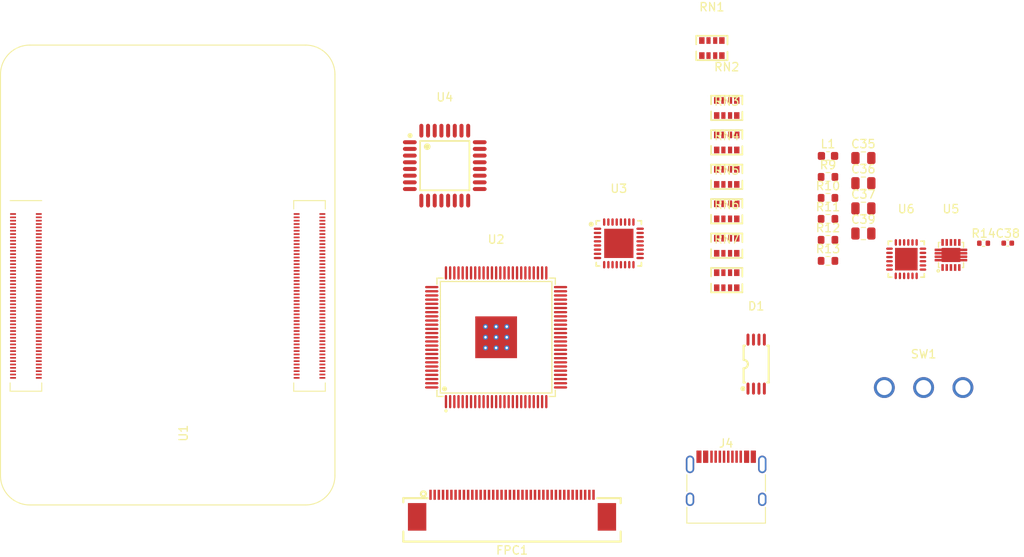
<source format=kicad_pcb>
(kicad_pcb (version 20221018) (generator pcbnew)
  (layers (0 "F.Cu" signal) (31 "B.Cu" signal) (34 "B.Paste" user) (35 "F.Paste" user) (36 "B.SilkS" user "B.Silkscreen") (37 "F.SilkS" user "F.Silkscreen") (38 "B.Mask" user) (39 "F.Mask" user) (44 "Edge.Cuts" user))
  (net 0 "")
  (net 29 "Net-(C35-Pad2)")
  (net 30 "Net-(U5-SS)")
  (net 31 "+BATT")
  (net 32 "Net-(L1-Pad1)")
  (net 33 "Net-(U5-FB)")
  (net 34 "Net-(U5-PG)")
  (net 118 "Net-(U5-EN)")
  (net 120 "Net-(U5-HYS)")
  (net 121 "+5V")
  (net 128 "Net-(FPC1-Pad5)")
  (net 129 "Net-(FPC1-Pad6)")
  (net 130 "Net-(FPC1-Pad7)")
  (net 131 "Net-(FPC1-Pad8)")
  (net 157 "Net-(FPC1-Pad9)")
  (net 158 "Net-(U2-ST)")
  (net 159 "Net-(U2-OCK_INV)")
  (net 161 "GND")
  (net 162 "HDMI0_CK-")
  (net 163 "HDMI0_CK+")
  (net 164 "HDMI0_D0-")
  (net 165 "HDMI0_D0+")
  (net 166 "HDMI0_D1-")
  (net 167 "HDMI0_D1+")
  (net 168 "HDMI0_D2-")
  (net 169 "HDMI0_D2+")
  (net 170 "Net-(J1-CK-)")
  (net 171 "Net-(J1-CK+)")
  (net 172 "Net-(J1-D0-)")
  (net 173 "Net-(J1-D0+)")
  (net 174 "Net-(J1-D1-)")
  (net 175 "Net-(J1-D1+)")
  (net 176 "Net-(J1-D2-)")
  (net 177 "Net-(J1-D2+)")
  (net 178 "/Display/LEDK")
  (net 179 "+24V")
  (net 180 "VDD")
  (net 181 "/Display/R0")
  (net 182 "/Display/R1")
  (net 183 "/Display/R2")
  (net 184 "/Display/R3")
  (net 185 "/Display/R4")
  (net 186 "/Display/R5")
  (net 187 "/Display/R6")
  (net 188 "/Display/R7")
  (net 189 "/Display/G0")
  (net 190 "/Display/G1")
  (net 191 "/Display/G2")
  (net 192 "/Display/G3")
  (net 193 "/Display/G4")
  (net 194 "/Display/G5")
  (net 195 "/Display/G6")
  (net 196 "/Display/G7")
  (net 197 "/Display/B0")
  (net 198 "/Display/B1")
  (net 199 "/Display/B2")
  (net 200 "/Display/B3")
  (net 201 "/Display/B4")
  (net 202 "/Display/B5")
  (net 203 "/Display/B6")
  (net 204 "/Display/B7")
  (net 205 "/Display/CLK")
  (net 206 "/Display/ON{slash}OFF")
  (net 207 "/Display/HSYNC")
  (net 208 "/Display/VSYNC")
  (net 209 "/Display/DE")
  (net 210 "Net-(U1D-USB_N)")
  (net 211 "Net-(U1D-USB_P)")
  (net 220 "/HDMI/HDMI1_CEC")
  (net 221 "/HDMI/HDMI1_SCL")
  (net 222 "/HDMI/HDMI1_SDA")
  (net 223 "/HDMI/HDMI1_HOTPLUG")
  (net 224 "/SD/SD_DAT2")
  (net 225 "/SD/SD_DAT1")
  (net 226 "/SD/SD_DAT0")
  (net 227 "/SD/SD_CMD")
  (net 228 "/SD/SD_DAT3")
  (net 229 "/SD/SD_CLK")
  (net 238 "Net-(FPC1-Pad10)")
  (net 239 "Net-(FPC1-Pad11)")
  (net 240 "Net-(FPC1-Pad12)")
  (net 249 "Net-(FPC1-Pad13)")
  (net 250 "Net-(FPC1-Pad14)")
  (net 251 "Net-(FPC1-Pad15)")
  (net 252 "Net-(FPC1-Pad16)")
  (net 253 "Net-(FPC1-Pad17)")
  (net 254 "Net-(FPC1-Pad18)")
  (net 255 "Net-(FPC1-Pad19)")
  (net 256 "Net-(FPC1-Pad20)")
  (net 258 "Net-(FPC1-Pad21)")
  (net 259 "Net-(FPC1-Pad22)")
  (net 261 "Net-(FPC1-Pad23)")
  (net 262 "Net-(FPC1-Pad24)")
  (net 267 "Net-(U4-DP3)")
  (net 268 "Net-(U4-DM3)")
  (net 282 "Net-(U4-DM0)")
  (net 283 "Net-(U4-DP0)")
  (net 286 "Net-(D1-A)")
  (net 287 "Net-(D1-B)")
  (net 288 "VBUS")
  (net 293 "+3.3V")
  (net 294 "+1V8")
  (net 295 "Net-(U4-XTAL1)")
  (net 296 "Net-(U4-XTAL2)")
  (net 297 "Net-(FPC1-Pad25)")
  (net 298 "Net-(FPC1-Pad26)")
  (net 299 "Net-(FPC1-Pad27)")
  (net 300 "Net-(FPC1-Pad28)")
  (net 301 "Net-(U2-DE)")
  (net 302 "Net-(U2-ODCK)")
  (net 303 "Net-(U2-VSYNC)")
  (net 304 "Net-(U2-HSYNC)")
  (net 305 "/Audio/SPK_RN")
  (net 306 "/Audio/SPK_RP")
  (net 307 "/Audio/SPK_LN")
  (net 308 "/Audio/SPK_LP")
  (net 309 "Net-(U3-HP_R)")
  (net 310 "Net-(U3-HP_L)")
  (net 311 "Net-(C22-Pad1)")
  (net 312 "Net-(C25-Pad1)")
  (net 313 "Net-(C30-Pad1)")
  (net 314 "Net-(U2-PVDD)")
  (footprint "Resistor_SMD:R_0603_1608Metric" (layer "F.Cu") (at 228.21 80.92)
    (fp_text reference "R11" (at 0 -1.43) (layer "F.SilkS"))
    (fp_text value "1.0Meg")
    (pad "1" smd roundrect (at -0.825 0) (size 0.8 0.95) (layers "F.Cu" "F.Paste" "F.Mask") (net 34 "Net-(U5-PG)"))
    (pad "2" smd roundrect (at 0.825 0) (size 0.8 0.95) (layers "F.Cu" "F.Paste" "F.Mask") (net 29 "Net-(C35-Pad2)"))
  )
  (footprint "easyeda2kicad:VSON-10_L3.0-W3.0-P0.50-TL-EP_TPS61230DRCR" (layer "F.Cu") (at 242.915 85.235)
    (fp_text reference "U5" (at 0 -5.5) (layer "F.SilkS"))
    (fp_text value "TPS61230DRCR")
    (pad "1" smd rect (at -1 1.5 90) (size 0.8 0.3) (layers "F.Cu" "F.Paste" "F.Mask") (net 32 "Net-(L1-Pad1)"))
    (pad "2" smd rect (at -0.5 1.5 90) (size 0.8 0.3) (layers "F.Cu" "F.Paste" "F.Mask") (net 32 "Net-(L1-Pad1)"))
    (pad "3" smd rect (at 0 1.5 90) (size 0.8 0.3) (layers "F.Cu" "F.Paste" "F.Mask") (net 29 "Net-(C35-Pad2)"))
    (pad "4" smd rect (at 0.5 1.5 90) (size 0.8 0.3) (layers "F.Cu" "F.Paste" "F.Mask") (net 29 "Net-(C35-Pad2)"))
    (pad "5" smd rect (at 1 1.5 90) (size 0.8 0.3) (layers "F.Cu" "F.Paste" "F.Mask") (net 34 "Net-(U5-PG)"))
    (pad "6" smd rect (at 1 -1.5 90) (size 0.8 0.3) (layers "F.Cu" "F.Paste" "F.Mask") (net 30 "Net-(U5-SS)"))
    (pad "7" smd rect (at 0.5 -1.5 90) (size 0.8 0.3) (layers "F.Cu" "F.Paste" "F.Mask") (net 33 "Net-(U5-FB)"))
    (pad "8" smd rect (at 0 -1.5 90) (size 0.8 0.3) (layers "F.Cu" "F.Paste" "F.Mask") (net 120 "Net-(U5-HYS)"))
    (pad "9" smd rect (at -0.5 -1.5 90) (size 0.8 0.3) (layers "F.Cu" "F.Paste" "F.Mask") (net 118 "Net-(U5-EN)"))
    (pad "10" smd rect (at -1 -1.5 90) (size 0.8 0.3) (layers "F.Cu" "F.Paste" "F.Mask") (net 31 "+BATT"))
    (pad "11" smd custom (at 0 0) (size 1 1) (layers "F.Cu" "F.Paste" "F.Mask") (net 161 "GND") (options (clearance outline) (anchor circle)) (primitives (gr_poly (pts (xy -1.07 -0.8) (xy -1.07 -0.71) (xy -1.9 -0.71) (xy -1.9 -0.51) (xy -1.07 -0.51) (xy -1.07 -0.3) (xy -1.9 -0.3) (xy -1.9 -0.1) (xy -1.07 -0.1) (xy -1.07 0.11) (xy -1.9 0.11) (xy -1.9 0.31) (xy -1.07 0.31) (xy -1.07 0.52) (xy -1.9 0.52) (xy -1.9 0.72) (xy -1.07 0.72) (xy -1.07 0.8) (xy 1.08 0.8) (xy 1.08 0.72) (xy 1.9 0.72) (xy 1.9 0.52) (xy 1.08 0.52) (xy 1.08 0.31) (xy 1.9 0.31) (xy 1.9 0.11) (xy 1.08 0.11) (xy 1.08 -0.1) (xy 1.9 -0.1) (xy 1.9 -0.3) (xy 1.08 -0.3) (xy 1.08 -0.51) (xy 1.9 -0.51) (xy 1.9 -0.71) (xy 1.08 -0.71) (xy 1.08 -0.8)) (width 0.1) (fill yes))))
  )
  (footprint "Resistor_SMD:R_0603_1608Metric" (layer "F.Cu") (at 228.21 83.43)
    (fp_text reference "R12" (at 0 -1.43) (layer "F.SilkS"))
    (fp_text value "5.6K")
    (pad "1" smd roundrect (at -0.825 0) (size 0.8 0.95) (layers "F.Cu" "F.Paste" "F.Mask") (net 118 "Net-(U5-EN)"))
    (pad "2" smd roundrect (at 0.825 0) (size 0.8 0.95) (layers "F.Cu" "F.Paste" "F.Mask") (net 120 "Net-(U5-HYS)"))
  )
  (footprint "easyeda2kicad:RES-ARRAY-SMD_0603-8P-L3.2-W1.6-BL" (layer "F.Cu") (at 216.097 88.254)
    (fp_text reference "RN7" (at 0 -4.9) (layer "F.SilkS"))
    (fp_text value "YC164-JR-0710KL")
    (pad "1" smd rect (at -1.2 0.9) (size 0.65 0.8) (layers "F.Cu" "F.Paste" "F.Mask") (net 207 "/Display/HSYNC"))
    (pad "2" smd rect (at -0.4 0.9) (size 0.5 0.8) (layers "F.Cu" "F.Paste" "F.Mask") (net 208 "/Display/VSYNC"))
    (pad "3" smd rect (at 0.4 0.9) (size 0.5 0.8) (layers "F.Cu" "F.Paste" "F.Mask") (net 205 "/Display/CLK"))
    (pad "4" smd rect (at 1.2 0.9) (size 0.65 0.8) (layers "F.Cu" "F.Paste" "F.Mask") (net 209 "/Display/DE"))
    (pad "5" smd rect (at 1.2 -0.9) (size 0.65 0.8) (layers "F.Cu" "F.Paste" "F.Mask") (net 301 "Net-(U2-DE)"))
    (pad "6" smd rect (at 0.4 -0.9) (size 0.5 0.8) (layers "F.Cu" "F.Paste" "F.Mask") (net 302 "Net-(U2-ODCK)"))
    (pad "7" smd rect (at -0.4 -0.9) (size 0.5 0.8) (layers "F.Cu" "F.Paste" "F.Mask") (net 303 "Net-(U2-VSYNC)"))
    (pad "8" smd rect (at -1.2 -0.9) (size 0.65 0.8) (layers "F.Cu" "F.Paste" "F.Mask") (net 304 "Net-(U2-HSYNC)"))
  )
  (footprint "easyeda2kicad:RES-ARRAY-SMD_0603-8P-L3.2-W1.6-BL" (layer "F.Cu") (at 214.319 60.486)
    (fp_text reference "RN1" (at 0 -4.9) (layer "F.SilkS"))
    (fp_text value "YC164-JR-0710KL")
    (pad "1" smd rect (at -1.2 0.9) (size 0.65 0.8) (layers "F.Cu" "F.Paste" "F.Mask") (net 131 "Net-(FPC1-Pad8)"))
    (pad "2" smd rect (at -0.4 0.9) (size 0.5 0.8) (layers "F.Cu" "F.Paste" "F.Mask") (net 130 "Net-(FPC1-Pad7)"))
    (pad "3" smd rect (at 0.4 0.9) (size 0.5 0.8) (layers "F.Cu" "F.Paste" "F.Mask") (net 129 "Net-(FPC1-Pad6)"))
    (pad "4" smd rect (at 1.2 0.9) (size 0.65 0.8) (layers "F.Cu" "F.Paste" "F.Mask") (net 128 "Net-(FPC1-Pad5)"))
    (pad "5" smd rect (at 1.2 -0.9) (size 0.65 0.8) (layers "F.Cu" "F.Paste" "F.Mask") (net 181 "/Display/R0"))
    (pad "6" smd rect (at 0.4 -0.9) (size 0.5 0.8) (layers "F.Cu" "F.Paste" "F.Mask") (net 182 "/Display/R1"))
    (pad "7" smd rect (at -0.4 -0.9) (size 0.5 0.8) (layers "F.Cu" "F.Paste" "F.Mask") (net 183 "/Display/R2"))
    (pad "8" smd rect (at -1.2 -0.9) (size 0.65 0.8) (layers "F.Cu" "F.Paste" "F.Mask") (net 184 "/Display/R3"))
  )
  (footprint "easyeda2kicad:RES-ARRAY-SMD_0603-8P-L3.2-W1.6-BL" (layer "F.Cu") (at 216.097 67.654)
    (fp_text reference "RN2" (at 0 -4.9) (layer "F.SilkS"))
    (fp_text value "YC164-JR-0710KL")
    (pad "1" smd rect (at -1.2 0.9) (size 0.65 0.8) (layers "F.Cu" "F.Paste" "F.Mask") (net 240 "Net-(FPC1-Pad12)"))
    (pad "2" smd rect (at -0.4 0.9) (size 0.5 0.8) (layers "F.Cu" "F.Paste" "F.Mask") (net 239 "Net-(FPC1-Pad11)"))
    (pad "3" smd rect (at 0.4 0.9) (size 0.5 0.8) (layers "F.Cu" "F.Paste" "F.Mask") (net 238 "Net-(FPC1-Pad10)"))
    (pad "4" smd rect (at 1.2 0.9) (size 0.65 0.8) (layers "F.Cu" "F.Paste" "F.Mask") (net 157 "Net-(FPC1-Pad9)"))
    (pad "5" smd rect (at 1.2 -0.9) (size 0.65 0.8) (layers "F.Cu" "F.Paste" "F.Mask") (net 185 "/Display/R4"))
    (pad "6" smd rect (at 0.4 -0.9) (size 0.5 0.8) (layers "F.Cu" "F.Paste" "F.Mask") (net 186 "/Display/R5"))
    (pad "7" smd rect (at -0.4 -0.9) (size 0.5 0.8) (layers "F.Cu" "F.Paste" "F.Mask") (net 187 "/Display/R6"))
    (pad "8" smd rect (at -1.2 -0.9) (size 0.65 0.8) (layers "F.Cu" "F.Paste" "F.Mask") (net 188 "/Display/R7"))
  )
  (footprint "easyeda2kicad:FPC-SMD_P0.50-40P_LCS-SJ-H2.0" (layer "F.Cu") (at 190.416 115.239 180)
    (fp_text reference "FPC1" (at 0 -5.32) (layer "F.SilkS"))
    (fp_text value "AFC07-S40ECA-00")
    (pad "1" smd rect (at 9.75 1.32 180) (size 0.3 1.2) (layers "F.Cu" "F.Paste" "F.Mask") (net 178 "/Display/LEDK"))
    (pad "2" smd rect (at 9.25 1.32 180) (size 0.3 1.2) (layers "F.Cu" "F.Paste" "F.Mask") (net 179 "+24V"))
    (pad "3" smd rect (at 8.75 1.32 180) (size 0.3 1.2) (layers "F.Cu" "F.Paste" "F.Mask") (net 161 "GND"))
    (pad "4" smd rect (at 8.25 1.32 180) (size 0.3 1.2) (layers "F.Cu" "F.Paste" "F.Mask") (net 180 "VDD"))
    (pad "5" smd rect (at 7.75 1.32 180) (size 0.3 1.2) (layers "F.Cu" "F.Paste" "F.Mask") (net 128 "Net-(FPC1-Pad5)"))
    (pad "6" smd rect (at 7.25 1.32 180) (size 0.3 1.2) (layers "F.Cu" "F.Paste" "F.Mask") (net 129 "Net-(FPC1-Pad6)"))
    (pad "7" smd rect (at 6.75 1.32 180) (size 0.3 1.2) (layers "F.Cu" "F.Paste" "F.Mask") (net 130 "Net-(FPC1-Pad7)"))
    (pad "8" smd rect (at 6.25 1.32 180) (size 0.3 1.2) (layers "F.Cu" "F.Paste" "F.Mask") (net 131 "Net-(FPC1-Pad8)"))
    (pad "9" smd rect (at 5.75 1.32 180) (size 0.3 1.2) (layers "F.Cu" "F.Paste" "F.Mask") (net 157 "Net-(FPC1-Pad9)"))
    (pad "10" smd rect (at 5.25 1.32 180) (size 0.3 1.2) (layers "F.Cu" "F.Paste" "F.Mask") (net 238 "Net-(FPC1-Pad10)"))
    (pad "11" smd rect (at 4.75 1.32 180) (size 0.3 1.2) (layers "F.Cu" "F.Paste" "F.Mask") (net 239 "Net-(FPC1-Pad11)"))
    (pad "12" smd rect (at 4.25 1.32 180) (size 0.3 1.2) (layers "F.Cu" "F.Paste" "F.Mask") (net 240 "Net-(FPC1-Pad12)"))
    (pad "13" smd rect (at 3.75 1.32 180) (size 0.3 1.2) (layers "F.Cu" "F.Paste" "F.Mask") (net 249 "Net-(FPC1-Pad13)"))
    (pad "14" smd rect (at 3.25 1.32 180) (size 0.3 1.2) (layers "F.Cu" "F.Paste" "F.Mask") (net 250 "Net-(FPC1-Pad14)"))
    (pad "15" smd rect (at 2.75 1.32 180) (size 0.3 1.2) (layers "F.Cu" "F.Paste" "F.Mask") (net 251 "Net-(FPC1-Pad15)"))
    (pad "16" smd rect (at 2.25 1.32 180) (size 0.3 1.2) (layers "F.Cu" "F.Paste" "F.Mask") (net 252 "Net-(FPC1-Pad16)"))
    (pad "17" smd rect (at 1.75 1.32 180) (size 0.3 1.2) (layers "F.Cu" "F.Paste" "F.Mask") (net 253 "Net-(FPC1-Pad17)"))
    (pad "18" smd rect (at 1.25 1.32 180) (size 0.3 1.2) (layers "F.Cu" "F.Paste" "F.Mask") (net 254 "Net-(FPC1-Pad18)"))
    (pad "19" smd rect (at 0.75 1.32 180) (size 0.3 1.2) (layers "F.Cu" "F.Paste" "F.Mask") (net 255 "Net-(FPC1-Pad19)"))
    (pad "20" smd rect (at 0.25 1.32 180) (size 0.3 1.2) (layers "F.Cu" "F.Paste" "F.Mask") (net 256 "Net-(FPC1-Pad20)"))
    (pad "21" smd rect (at -0.25 1.32 180) (size 0.3 1.2) (layers "F.Cu" "F.Paste" "F.Mask") (net 258 "Net-(FPC1-Pad21)"))
    (pad "22" smd rect (at -0.75 1.32 180) (size 0.3 1.2) (layers "F.Cu" "F.Paste" "F.Mask") (net 259 "Net-(FPC1-Pad22)"))
    (pad "23" smd rect (at -1.25 1.32 180) (size 0.3 1.2) (layers "F.Cu" "F.Paste" "F.Mask") (net 261 "Net-(FPC1-Pad23)"))
    (pad "24" smd rect (at -1.75 1.32 180) (size 0.3 1.2) (layers "F.Cu" "F.Paste" "F.Mask") (net 262 "Net-(FPC1-Pad24)"))
    (pad "25" smd rect (at -2.25 1.32 180) (size 0.3 1.2) (layers "F.Cu" "F.Paste" "F.Mask") (net 297 "Net-(FPC1-Pad25)"))
    (pad "26" smd rect (at -2.75 1.32 180) (size 0.3 1.2) (layers "F.Cu" "F.Paste" "F.Mask") (net 298 "Net-(FPC1-Pad26)"))
    (pad "27" smd rect (at -3.25 1.32 180) (size 0.3 1.2) (layers "F.Cu" "F.Paste" "F.Mask") (net 299 "Net-(FPC1-Pad27)"))
    (pad "28" smd rect (at -3.75 1.32 180) (size 0.3 1.2) (layers "F.Cu" "F.Paste" "F.Mask") (net 300 "Net-(FPC1-Pad28)"))
    (pad "29" smd rect (at -4.25 1.32 180) (size 0.3 1.2) (layers "F.Cu" "F.Paste" "F.Mask") (net 161 "GND"))
    (pad "30" smd rect (at -4.75 1.32 180) (size 0.3 1.2) (layers "F.Cu" "F.Paste" "F.Mask") (net 205 "/Display/CLK"))
    (pad "31" smd rect (at -5.25 1.32 180) (size 0.3 1.2) (layers "F.Cu" "F.Paste" "F.Mask") (net 206 "/Display/ON{slash}OFF"))
    (pad "32" smd rect (at -5.75 1.32 180) (size 0.3 1.2) (layers "F.Cu" "F.Paste" "F.Mask") (net 207 "/Display/HSYNC"))
    (pad "33" smd rect (at -6.25 1.32 180) (size 0.3 1.2) (layers "F.Cu" "F.Paste" "F.Mask") (net 208 "/Display/VSYNC"))
    (pad "34" smd rect (at -6.75 1.32 180) (size 0.3 1.2) (layers "F.Cu" "F.Paste" "F.Mask") (net 209 "/Display/DE"))
    (pad "35" smd rect (at -7.25 1.32 180) (size 0.3 1.2) (layers "F.Cu" "F.Paste" "F.Mask"))
    (pad "36" smd rect (at -7.75 1.32 180) (size 0.3 1.2) (layers "F.Cu" "F.Paste" "F.Mask") (net 161 "GND"))
    (pad "37" smd rect (at -8.25 1.32 180) (size 0.3 1.2) (layers "F.Cu" "F.Paste" "F.Mask"))
    (pad "38" smd rect (at -8.75 1.32 180) (size 0.3 1.2) (layers "F.Cu" "F.Paste" "F.Mask"))
    (pad "39" smd rect (at -9.25 1.32 180) (size 0.3 1.2) (layers "F.Cu" "F.Paste" "F.Mask"))
    (pad "40" smd rect (at -9.75 1.32 180) (size 0.3 1.2) (layers "F.Cu" "F.Paste" "F.Mask"))
    (pad "41" smd rect (at 11.35 -1.32 180) (size 2.2 3.3) (layers "F.Cu" "F.Paste" "F.Mask"))
    (pad "42" smd rect (at -11.35 -1.32 180) (size 2.2 3.3) (layers "F.Cu" "F.Paste" "F.Mask"))
  )
  (footprint "easyeda2kicad:TQFP-100_L14.0-W14.0-P0.50-LS16.0-BL-EP5.2" (layer "F.Cu") (at 188.516 95.076)
    (fp_text reference "U2" (at 0 -11.7) (layer "F.SilkS"))
    (fp_text value "TFP401APZP")
    (pad "" thru_hole circle (at -1.27 -1.27) (size 0.61 0.61) (drill 0.3) (layers "*.Cu" "*.Paste" "*.Mask"))
    (pad "" thru_hole circle (at -1.27 0) (size 0.61 0.61) (drill 0.3) (layers "*.Cu" "*.Paste" "*.Mask"))
    (pad "" thru_hole circle (at -1.27 1.27) (size 0.61 0.61) (drill 0.3) (layers "*.Cu" "*.Paste" "*.Mask"))
    (pad "" thru_hole circle (at 0 -1.27) (size 0.61 0.61) (drill 0.3) (layers "*.Cu" "*.Paste" "*.Mask"))
    (pad "" thru_hole circle (at 0 0) (size 0.61 0.61) (drill 0.3) (layers "*.Cu" "*.Paste" "*.Mask"))
    (pad "" thru_hole circle (at 0 1.27) (size 0.61 0.61) (drill 0.3) (layers "*.Cu" "*.Paste" "*.Mask"))
    (pad "" thru_hole circle (at 1.27 -1.27) (size 0.61 0.61) (drill 0.3) (layers "*.Cu" "*.Paste" "*.Mask"))
    (pad "" thru_hole circle (at 1.27 0) (size 0.61 0.61) (drill 0.3) (layers "*.Cu" "*.Paste" "*.Mask"))
    (pad "" thru_hole circle (at 1.27 1.27) (size 0.61 0.61) (drill 0.3) (layers "*.Cu" "*.Paste" "*.Mask"))
    (pad "1" smd oval (at -6 7.7) (size 0.28 1.6) (layers "F.Cu" "F.Paste" "F.Mask") (net 161 "GND"))
    (pad "2" smd oval (at -5.5 7.7) (size 0.28 1.6) (layers "F.Cu" "F.Paste" "F.Mask"))
    (pad "3" smd oval (at -5 7.7) (size 0.28 1.6) (layers "F.Cu" "F.Paste" "F.Mask") (net 158 "Net-(U2-ST)"))
    (pad "4" smd oval (at -4.5 7.7) (size 0.28 1.6) (layers "F.Cu" "F.Paste" "F.Mask") (net 161 "GND"))
    (pad "5" smd oval (at -4 7.7) (size 0.28 1.6) (layers "F.Cu" "F.Paste" "F.Mask") (net 161 "GND"))
    (pad "6" smd oval (at -3.5 7.7) (size 0.28 1.6) (layers "F.Cu" "F.Paste" "F.Mask") (net 311 "Net-(C22-Pad1)"))
    (pad "7" smd oval (at -3 7.7) (size 0.28 1.6) (layers "F.Cu" "F.Paste" "F.Mask") (net 293 "+3.3V"))
    (pad "8" smd oval (at -2.5 7.7) (size 0.28 1.6) (layers "F.Cu" "F.Paste" "F.Mask"))
    (pad "9" smd oval (at -2 7.7) (size 0.28 1.6) (layers "F.Cu" "F.Paste" "F.Mask"))
    (pad "10" smd oval (at -1.5 7.7) (size 0.28 1.6) (layers "F.Cu" "F.Paste" "F.Mask") (net 197 "/Display/B0"))
    (pad "11" smd oval (at -1 7.7) (size 0.28 1.6) (layers "F.Cu" "F.Paste" "F.Mask") (net 198 "/Display/B1"))
    (pad "12" smd oval (at -0.5 7.7) (size 0.28 1.6) (layers "F.Cu" "F.Paste" "F.Mask") (net 199 "/Display/B2"))
    (pad "13" smd oval (at 0 7.7) (size 0.28 1.6) (layers "F.Cu" "F.Paste" "F.Mask") (net 200 "/Display/B3"))
    (pad "14" smd oval (at 0.5 7.7) (size 0.28 1.6) (layers "F.Cu" "F.Paste" "F.Mask") (net 201 "/Display/B4"))
    (pad "15" smd oval (at 1 7.7) (size 0.28 1.6) (layers "F.Cu" "F.Paste" "F.Mask") (net 202 "/Display/B5"))
    (pad "16" smd oval (at 1.5 7.7) (size 0.28 1.6) (layers "F.Cu" "F.Paste" "F.Mask") (net 203 "/Display/B6"))
    (pad "17" smd oval (at 2 7.7) (size 0.28 1.6) (layers "F.Cu" "F.Paste" "F.Mask") (net 204 "/Display/B7"))
    (pad "18" smd oval (at 2.5 7.7) (size 0.28 1.6) (layers "F.Cu" "F.Paste" "F.Mask") (net 312 "Net-(C25-Pad1)"))
    (pad "19" smd oval (at 3 7.7) (size 0.28 1.6) (layers "F.Cu" "F.Paste" "F.Mask") (net 161 "GND"))
    (pad "20" smd oval (at 3.5 7.7) (size 0.28 1.6) (layers "F.Cu" "F.Paste" "F.Mask") (net 189 "/Display/G0"))
    (pad "21" smd oval (at 4 7.7) (size 0.28 1.6) (layers "F.Cu" "F.Paste" "F.Mask") (net 190 "/Display/G1"))
    (pad "22" smd oval (at 4.5 7.7) (size 0.28 1.6) (layers "F.Cu" "F.Paste" "F.Mask") (net 191 "/Display/G2"))
    (pad "23" smd oval (at 5 7.7) (size 0.28 1.6) (layers "F.Cu" "F.Paste" "F.Mask") (net 192 "/Display/G3"))
    (pad "24" smd oval (at 5.5 7.7) (size 0.28 1.6) (layers "F.Cu" "F.Paste" "F.Mask") (net 193 "/Display/G4"))
    (pad "25" smd oval (at 6 7.7) (size 0.28 1.6) (layers "F.Cu" "F.Paste" "F.Mask") (net 194 "/Display/G5"))
    (pad "26" smd oval (at 7.7 6) (size 1.6 0.28) (layers "F.Cu" "F.Paste" "F.Mask") (net 195 "/Display/G6"))
    (pad "27" smd oval (at 7.7 5.5) (size 1.6 0.28) (layers "F.Cu" "F.Paste" "F.Mask") (net 196 "/Display/G7"))
    (pad "28" smd oval (at 7.7 5) (size 1.6 0.28) (layers "F.Cu" "F.Paste" "F.Mask") (net 161 "GND"))
    (pad "29" smd oval (at 7.7 4.5) (size 1.6 0.28) (layers "F.Cu" "F.Paste" "F.Mask") (net 312 "Net-(C25-Pad1)"))
    (pad "30" smd oval (at 7.7 4) (size 1.6 0.28) (layers "F.Cu" "F.Paste" "F.Mask") (net 181 "/Display/R0"))
    (pad "31" smd oval (at 7.7 3.5) (size 1.6 0.28) (layers "F.Cu" "F.Paste" "F.Mask") (net 182 "/Display/R1"))
    (pad "32" smd oval (at 7.7 3) (size 1.6 0.28) (layers "F.Cu" "F.Paste" "F.Mask") (net 183 "/Display/R2"))
    (pad "33" smd oval (at 7.7 2.5) (size 1.6 0.28) (layers "F.Cu" "F.Paste" "F.Mask") (net 184 "/Display/R3"))
    (pad "34" smd oval (at 7.7 2) (size 1.6 0.28) (layers "F.Cu" "F.Paste" "F.Mask") (net 185 "/Display/R4"))
    (pad "35" smd oval (at 7.7 1.5) (size 1.6 0.28) (layers "F.Cu" "F.Paste" "F.Mask") (net 186 "/Display/R5"))
    (pad "36" smd oval (at 7.7 1) (size 1.6 0.28) (layers "F.Cu" "F.Paste" "F.Mask") (net 187 "/Display/R6"))
    (pad "37" smd oval (at 7.7 0.5) (size 1.6 0.28) (layers "F.Cu" "F.Paste" "F.Mask") (net 188 "/Display/R7"))
    (pad "38" smd oval (at 7.7 0) (size 1.6 0.28) (layers "F.Cu" "F.Paste" "F.Mask") (net 311 "Net-(C22-Pad1)"))
    (pad "39" smd oval (at 7.7 -0.5) (size 1.6 0.28) (layers "F.Cu" "F.Paste" "F.Mask") (net 161 "GND"))
    (pad "40" smd oval (at 7.7 -1) (size 1.6 0.28) (layers "F.Cu" "F.Paste" "F.Mask"))
    (pad "41" smd oval (at 7.7 -1.5) (size 1.6 0.28) (layers "F.Cu" "F.Paste" "F.Mask"))
    (pad "42" smd oval (at 7.7 -2) (size 1.6 0.28) (layers "F.Cu" "F.Paste" "F.Mask"))
    (pad "43" smd oval (at 7.7 -2.5) (size 1.6 0.28) (layers "F.Cu" "F.Paste" "F.Mask") (net 312 "Net-(C25-Pad1)"))
    (pad "44" smd oval (at 7.7 -3) (size 1.6 0.28) (layers "F.Cu" "F.Paste" "F.Mask") (net 302 "Net-(U2-ODCK)"))
    (pad "45" smd oval (at 7.7 -3.5) (size 1.6 0.28) (layers "F.Cu" "F.Paste" "F.Mask") (net 161 "GND"))
    (pad "46" smd oval (at 7.7 -4) (size 1.6 0.28) (layers "F.Cu" "F.Paste" "F.Mask") (net 301 "Net-(U2-DE)"))
    (pad "47" smd oval (at 7.7 -4.5) (size 1.6 0.28) (layers "F.Cu" "F.Paste" "F.Mask") (net 303 "Net-(U2-VSYNC)"))
    (pad "48" smd oval (at 7.7 -5) (size 1.6 0.28) (layers "F.Cu" "F.Paste" "F.Mask") (net 304 "Net-(U2-HSYNC)"))
    (pad "49" smd oval (at 7.7 -5.5) (size 1.6 0.28) (layers "F.Cu" "F.Paste" "F.Mask"))
    (pad "50" smd oval (at 7.7 -6) (size 1.6 0.28) (layers "F.Cu" "F.Paste" "F.Mask"))
    (pad "51" smd oval (at 6 -7.7) (size 0.28 1.6) (layers "F.Cu" "F.Paste" "F.Mask"))
    (pad "52" smd oval (at 5.5 -7.7) (size 0.28 1.6) (layers "F.Cu" "F.Paste" "F.Mask"))
    (pad "53" smd oval (at 5 -7.7) (size 0.28 1.6) (layers "F.Cu" "F.Paste" "F.Mask"))
    (pad "54" smd oval (at 4.5 -7.7) (size 0.28 1.6) (layers "F.Cu" "F.Paste" "F.Mask"))
    (pad "55" smd oval (at 4 -7.7) (size 0.28 1.6) (layers "F.Cu" "F.Paste" "F.Mask"))
    (pad "56" smd oval (at 3.5 -7.7) (size 0.28 1.6) (layers "F.Cu" "F.Paste" "F.Mask"))
    (pad "57" smd oval (at 3 -7.7) (size 0.28 1.6) (layers "F.Cu" "F.Paste" "F.Mask") (net 312 "Net-(C25-Pad1)"))
    (pad "58" smd oval (at 2.5 -7.7) (size 0.28 1.6) (layers "F.Cu" "F.Paste" "F.Mask") (net 161 "GND"))
    (pad "59" smd oval (at 2 -7.7) (size 0.28 1.6) (layers "F.Cu" "F.Paste" "F.Mask"))
    (pad "60" smd oval (at 1.5 -7.7) (size 0.28 1.6) (layers "F.Cu" "F.Paste" "F.Mask"))
    (pad "61" smd oval (at 1 -7.7) (size 0.28 1.6) (layers "F.Cu" "F.Paste" "F.Mask"))
    (pad "62" smd oval (at 0.5 -7.7) (size 0.28 1.6) (layers "F.Cu" "F.Paste" "F.Mask"))
    (pad "63" smd oval (at 0 -7.7) (size 0.28 1.6) (layers "F.Cu" "F.Paste" "F.Mask"))
    (pad "64" smd oval (at -0.5 -7.7) (size 0.28 1.6) (layers "F.Cu" "F.Paste" "F.Mask"))
    (pad "65" smd oval (at -1 -7.7) (size 0.28 1.6) (layers "F.Cu" "F.Paste" "F.Mask"))
    (pad "66" smd oval (at -1.5 -7.7) (size 0.28 1.6) (layers "F.Cu" "F.Paste" "F.Mask"))
    (pad "67" smd oval (at -2 -7.7) (size 0.28 1.6) (layers "F.Cu" "F.Paste" "F.Mask") (net 311 "Net-(C22-Pad1)"))
    (pad "68" smd oval (at -2.5 -7.7) (size 0.28 1.6) (layers "F.Cu" "F.Paste" "F.Mask") (net 161 "GND"))
    (pad "69" smd oval (at -3 -7.7) (size 0.28 1.6) (layers "F.Cu" "F.Paste" "F.Mask"))
    (pad "70" smd oval (at -3.5 -7.7) (size 0.28 1.6) (layers "F.Cu" "F.Paste" "F.Mask"))
    (pad "71" smd oval (at -4 -7.7) (size 0.28 1.6) (layers "F.Cu" "F.Paste" "F.Mask"))
    (pad "72" smd oval (at -4.5 -7.7) (size 0.28 1.6) (layers "F.Cu" "F.Paste" "F.Mask"))
    (pad "73" smd oval (at -5 -7.7) (size 0.28 1.6) (layers "F.Cu" "F.Paste" "F.Mask"))
    (pad "74" smd oval (at -5.5 -7.7) (size 0.28 1.6) (layers "F.Cu" "F.Paste" "F.Mask"))
    (pad "75" smd oval (at -6 -7.7) (size 0.28 1.6) (layers "F.Cu" "F.Paste" "F.Mask"))
    (pad "76" smd oval (at -7.7 -6) (size 1.6 0.28) (layers "F.Cu" "F.Paste" "F.Mask") (net 161 "GND"))
    (pad "77" smd oval (at -7.7 -5.5) (size 1.6 0.28) (layers "F.Cu" "F.Paste" "F.Mask"))
    (pad "78" smd oval (at -7.7 -5) (size 1.6 0.28) (layers "F.Cu" "F.Paste" "F.Mask") (net 312 "Net-(C25-Pad1)"))
    (pad "79" smd oval (at -7.7 -4.5) (size 1.6 0.28) (layers "F.Cu" "F.Paste" "F.Mask") (net 161 "GND"))
    (pad "80" smd oval (at -7.7 -4) (size 1.6 0.28) (layers "F.Cu" "F.Paste" "F.Mask") (net 169 "HDMI0_D2+"))
    (pad "81" smd oval (at -7.7 -3.5) (size 1.6 0.28) (layers "F.Cu" "F.Paste" "F.Mask") (net 168 "HDMI0_D2-"))
    (pad "82" smd oval (at -7.7 -3) (size 1.6 0.28) (layers "F.Cu" "F.Paste" "F.Mask") (net 313 "Net-(C30-Pad1)"))
    (pad "83" smd oval (at -7.7 -2.5) (size 1.6 0.28) (layers "F.Cu" "F.Paste" "F.Mask") (net 161 "GND"))
    (pad "84" smd oval (at -7.7 -2) (size 1.6 0.28) (layers "F.Cu" "F.Paste" "F.Mask") (net 313 "Net-(C30-Pad1)"))
    (pad "85" smd oval (at -7.7 -1.5) (size 1.6 0.28) (layers "F.Cu" "F.Paste" "F.Mask") (net 167 "HDMI0_D1+"))
    (pad "86" smd oval (at -7.7 -1) (size 1.6 0.28) (layers "F.Cu" "F.Paste" "F.Mask") (net 166 "HDMI0_D1-"))
    (pad "87" smd oval (at -7.7 -0.5) (size 1.6 0.28) (layers "F.Cu" "F.Paste" "F.Mask") (net 161 "GND"))
    (pad "88" smd oval (at -7.7 0) (size 1.6 0.28) (layers "F.Cu" "F.Paste" "F.Mask") (net 313 "Net-(C30-Pad1)"))
    (pad "89" smd oval (at -7.7 0.5) (size 1.6 0.28) (layers "F.Cu" "F.Paste" "F.Mask") (net 161 "GND"))
    (pad "90" smd oval (at -7.7 1) (size 1.6 0.28) (layers "F.Cu" "F.Paste" "F.Mask") (net 165 "HDMI0_D0+"))
    (pad "91" smd oval (at -7.7 1.5) (size 1.6 0.28) (layers "F.Cu" "F.Paste" "F.Mask") (net 164 "HDMI0_D0-"))
    (pad "92" smd oval (at -7.7 2) (size 1.6 0.28) (layers "F.Cu" "F.Paste" "F.Mask") (net 161 "GND"))
    (pad "93" smd oval (at -7.7 2.5) (size 1.6 0.28) (layers "F.Cu" "F.Paste" "F.Mask") (net 163 "HDMI0_CK+"))
    (pad "94" smd oval (at -7.7 3) (size 1.6 0.28) (layers "F.Cu" "F.Paste" "F.Mask") (net 162 "HDMI0_CK-"))
    (pad "95" smd oval (at -7.7 3.5) (size 1.6 0.28) (layers "F.Cu" "F.Paste" "F.Mask") (net 313 "Net-(C30-Pad1)"))
    (pad "96" smd oval (at -7.7 4) (size 1.6 0.28) (layers "F.Cu" "F.Paste" "F.Mask"))
    (pad "97" smd oval (at -7.7 4.5) (size 1.6 0.28) (layers "F.Cu" "F.Paste" "F.Mask") (net 314 "Net-(U2-PVDD)"))
    (pad "98" smd oval (at -7.7 5) (size 1.6 0.28) (layers "F.Cu" "F.Paste" "F.Mask") (net 161 "GND"))
    (pad "99" smd oval (at -7.7 5.5) (size 1.6 0.28) (layers "F.Cu" "F.Paste" "F.Mask") (net 293 "+3.3V"))
    (pad "100" smd oval (at -7.7 6) (size 1.6 0.28) (layers "F.Cu" "F.Paste" "F.Mask") (net 159 "Net-(U2-OCK_INV)"))
    (pad "101" smd rect (at 0 0) (size 5 5) (layers "F.Cu" "F.Paste" "F.Mask") (net 161 "GND"))
  )
  (footprint "Connector_USB:USB_C_Receptacle_HRO_TYPE-C-31-M-12" (layer "F.Cu") (at 216.027 113.411)
    (fp_text reference "J4" (at 0 -5.645) (layer "F.SilkS"))
    (fp_text value "USB_C_Receptacle_USB2.0")
    (pad "" np_thru_hole circle (at -2.89 -2.6) (size 0.65 0.65) (drill 0.65) (layers "*.Cu" "*.Mask"))
    (pad "" np_thru_hole circle (at 2.89 -2.6) (size 0.65 0.65) (drill 0.65) (layers "*.Cu" "*.Mask"))
    (pad "A1" smd rect (at -3.25 -4.045) (size 0.6 1.45) (layers "F.Cu" "F.Paste" "F.Mask") (net 161 "GND"))
    (pad "A4" smd rect (at -2.45 -4.045) (size 0.6 1.45) (layers "F.Cu" "F.Paste" "F.Mask") (net 288 "VBUS"))
    (pad "A5" smd rect (at -1.25 -4.045) (size 0.3 1.45) (layers "F.Cu" "F.Paste" "F.Mask"))
    (pad "A6" smd rect (at -0.25 -4.045) (size 0.3 1.45) (layers "F.Cu" "F.Paste" "F.Mask") (net 286 "Net-(D1-A)"))
    (pad "A7" smd rect (at 0.25 -4.045) (size 0.3 1.45) (layers "F.Cu" "F.Paste" "F.Mask") (net 287 "Net-(D1-B)"))
    (pad "A8" smd rect (at 1.25 -4.045) (size 0.3 1.45) (layers "F.Cu" "F.Paste" "F.Mask"))
    (pad "A9" smd rect (at 2.45 -4.045) (size 0.6 1.45) (layers "F.Cu" "F.Paste" "F.Mask") (net 288 "VBUS"))
    (pad "A12" smd rect (at 3.25 -4.045) (size 0.6 1.45) (layers "F.Cu" "F.Paste" "F.Mask") (net 161 "GND"))
    (pad "B1" smd rect (at 3.25 -4.045) (size 0.6 1.45) (layers "F.Cu" "F.Paste" "F.Mask") (net 161 "GND"))
    (pad "B4" smd rect (at 2.45 -4.045) (size 0.6 1.45) (layers "F.Cu" "F.Paste" "F.Mask") (net 288 "VBUS"))
    (pad "B5" smd rect (at 1.75 -4.045) (size 0.3 1.45) (layers "F.Cu" "F.Paste" "F.Mask"))
    (pad "B6" smd rect (at 0.75 -4.045) (size 0.3 1.45) (layers "F.Cu" "F.Paste" "F.Mask") (net 286 "Net-(D1-A)"))
    (pad "B7" smd rect (at -0.75 -4.045) (size 0.3 1.45) (layers "F.Cu" "F.Paste" "F.Mask") (net 287 "Net-(D1-B)"))
    (pad "B8" smd rect (at -1.75 -4.045) (size 0.3 1.45) (layers "F.Cu" "F.Paste" "F.Mask"))
    (pad "B9" smd rect (at -2.45 -4.045) (size 0.6 1.45) (layers "F.Cu" "F.Paste" "F.Mask") (net 288 "VBUS"))
    (pad "B12" smd rect (at -3.25 -4.045) (size 0.6 1.45) (layers "F.Cu" "F.Paste" "F.Mask") (net 161 "GND"))
    (pad "S1" thru_hole oval (at -4.32 -3.13) (size 1 2.1) (drill oval 0.6 1.7) (layers "*.Cu" "*.Mask") (net 161 "GND"))
    (pad "S1" thru_hole oval (at -4.32 1.05) (size 1 1.6) (drill oval 0.6 1.2) (layers "*.Cu" "*.Mask") (net 161 "GND"))
    (pad "S1" thru_hole oval (at 4.32 -3.13) (size 1 2.1) (drill oval 0.6 1.7) (layers "*.Cu" "*.Mask") (net 161 "GND"))
    (pad "S1" thru_hole oval (at 4.32 1.05) (size 1 1.6) (drill oval 0.6 1.2) (layers "*.Cu" "*.Mask") (net 161 "GND"))
  )
  (footprint "easyeda2kicad:RES-ARRAY-SMD_0603-8P-L3.2-W1.6-BL" (layer "F.Cu") (at 216.097 84.134)
    (fp_text reference "RN6" (at 0 -4.9) (layer "F.SilkS"))
    (fp_text value "YC164-JR-0710KL")
    (pad "1" smd rect (at -1.2 0.9) (size 0.65 0.8) (layers "F.Cu" "F.Paste" "F.Mask") (net 300 "Net-(FPC1-Pad28)"))
    (pad "2" smd rect (at -0.4 0.9) (size 0.5 0.8) (layers "F.Cu" "F.Paste" "F.Mask") (net 299 "Net-(FPC1-Pad27)"))
    (pad "3" smd rect (at 0.4 0.9) (size 0.5 0.8) (layers "F.Cu" "F.Paste" "F.Mask") (net 298 "Net-(FPC1-Pad26)"))
    (pad "4" smd rect (at 1.2 0.9) (size 0.65 0.8) (layers "F.Cu" "F.Paste" "F.Mask") (net 297 "Net-(FPC1-Pad25)"))
    (pad "5" smd rect (at 1.2 -0.9) (size 0.65 0.8) (layers "F.Cu" "F.Paste" "F.Mask") (net 201 "/Display/B4"))
    (pad "6" smd rect (at 0.4 -0.9) (size 0.5 0.8) (layers "F.Cu" "F.Paste" "F.Mask") (net 202 "/Display/B5"))
    (pad "7" smd rect (at -0.4 -0.9) (size 0.5 0.8) (layers "F.Cu" "F.Paste" "F.Mask") (net 203 "/Display/B6"))
    (pad "8" smd rect (at -1.2 -0.9) (size 0.65 0.8) (layers "F.Cu" "F.Paste" "F.Mask") (net 204 "/Display/B7"))
  )
  (footprint "easyeda2kicad:QFN-32_L5.0-W5.0-P0.50-TL-EP" (layer "F.Cu") (at 203.19 83.848)
    (fp_text reference "U3" (at 0 -6.55) (layer "F.SilkS"))
    (fp_text value "WM8960CGEFL/RV")
    (pad "1" smd oval (at -2.55 -1.75 90) (size 0.28 0.9) (layers "F.Cu" "F.Paste" "F.Mask"))
    (pad "2" smd oval (at -2.55 -1.25 90) (size 0.28 0.9) (layers "F.Cu" "F.Paste" "F.Mask"))
    (pad "3" smd oval (at -2.55 -0.75 90) (size 0.28 0.9) (layers "F.Cu" "F.Paste" "F.Mask"))
    (pad "4" smd oval (at -2.55 -0.25 90) (size 0.28 0.9) (layers "F.Cu" "F.Paste" "F.Mask"))
    (pad "5" smd oval (at -2.55 0.25 90) (size 0.28 0.9) (layers "F.Cu" "F.Paste" "F.Mask"))
    (pad "6" smd oval (at -2.55 0.75 90) (size 0.28 0.9) (layers "F.Cu" "F.Paste" "F.Mask"))
    (pad "7" smd oval (at -2.55 1.25 90) (size 0.28 0.9) (layers "F.Cu" "F.Paste" "F.Mask"))
    (pad "8" smd oval (at -2.55 1.75 90) (size 0.28 0.9) (layers "F.Cu" "F.Paste" "F.Mask") (net 293 "+3.3V"))
    (pad "9" smd oval (at -1.75 2.55) (size 0.28 0.9) (layers "F.Cu" "F.Paste" "F.Mask") (net 161 "GND"))
    (pad "10" smd oval (at -1.25 2.55) (size 0.28 0.9) (layers "F.Cu" "F.Paste" "F.Mask") (net 293 "+3.3V"))
    (pad "11" smd oval (at -0.75 2.55) (size 0.28 0.9) (layers "F.Cu" "F.Paste" "F.Mask"))
    (pad "12" smd oval (at -0.25 2.55) (size 0.28 0.9) (layers "F.Cu" "F.Paste" "F.Mask"))
    (pad "13" smd oval (at 0.25 2.55) (size 0.28 0.9) (layers "F.Cu" "F.Paste" "F.Mask"))
    (pad "14" smd oval (at 0.75 2.55) (size 0.28 0.9) (layers "F.Cu" "F.Paste" "F.Mask"))
    (pad "15" smd oval (at 1.25 2.55) (size 0.28 0.9) (layers "F.Cu" "F.Paste" "F.Mask"))
    (pad "16" smd oval (at 1.75 2.55) (size 0.28 0.9) (layers "F.Cu" "F.Paste" "F.Mask"))
    (pad "17" smd oval (at 2.55 1.75 90) (size 0.28 0.9) (layers "F.Cu" "F.Paste" "F.Mask"))
    (pad "18" smd oval (at 2.55 1.25 90) (size 0.28 0.9) (layers "F.Cu" "F.Paste" "F.Mask"))
    (pad "19" smd oval (at 2.55 0.75 90) (size 0.28 0.9) (layers "F.Cu" "F.Paste" "F.Mask") (net 305 "/Audio/SPK_RN"))
    (pad "20" smd oval (at 2.55 0.25 90) (size 0.28 0.9) (layers "F.Cu" "F.Paste" "F.Mask") (net 161 "GND"))
    (pad "21" smd oval (at 2.55 -0.25 90) (size 0.28 0.9) (layers "F.Cu" "F.Paste" "F.Mask") (net 293 "+3.3V"))
    (pad "22" smd oval (at 2.55 -0.75 90) (size 0.28 0.9) (layers "F.Cu" "F.Paste" "F.Mask") (net 306 "/Audio/SPK_RP"))
    (pad "23" smd oval (at 2.55 -1.25 90) (size 0.28 0.9) (layers "F.Cu" "F.Paste" "F.Mask") (net 307 "/Audio/SPK_LN"))
    (pad "24" smd oval (at 2.55 -1.75 90) (size 0.28 0.9) (layers "F.Cu" "F.Paste" "F.Mask") (net 161 "GND"))
    (pad "25" smd oval (at 1.75 -2.55) (size 0.28 0.9) (layers "F.Cu" "F.Paste" "F.Mask") (net 308 "/Audio/SPK_LP"))
    (pad "26" smd oval (at 1.25 -2.55) (size 0.28 0.9) (layers "F.Cu" "F.Paste" "F.Mask") (net 293 "+3.3V"))
    (pad "27" smd oval (at 0.75 -2.55) (size 0.28 0.9) (layers "F.Cu" "F.Paste" "F.Mask"))
    (pad "28" smd oval (at 0.25 -2.55) (size 0.28 0.9) (layers "F.Cu" "F.Paste" "F.Mask") (net 161 "GND"))
    (pad "29" smd oval (at -0.25 -2.55) (size 0.28 0.9) (layers "F.Cu" "F.Paste" "F.Mask") (net 309 "Net-(U3-HP_R)"))
    (pad "30" smd oval (at -0.75 -2.55) (size 0.28 0.9) (layers "F.Cu" "F.Paste" "F.Mask"))
    (pad "31" smd oval (at -1.25 -2.55) (size 0.28 0.9) (layers "F.Cu" "F.Paste" "F.Mask") (net 310 "Net-(U3-HP_L)"))
    (pad "32" smd oval (at -1.75 -2.55) (size 0.28 0.9) (layers "F.Cu" "F.Paste" "F.Mask") (net 293 "+3.3V"))
    (pad "33" smd rect (at 0 0) (size 3.5 3.5) (layers "F.Cu" "F.Paste" "F.Mask"))
  )
  (footprint "Capacitor_SMD:C_0805_2012Metric" (layer "F.Cu") (at 232.44 79.66)
    (fp_text reference "C37" (at 0 -1.68) (layer "F.SilkS"))
    (fp_text value "22uF")
    (pad "1" smd roundrect (at -0.95 0) (size 1 1.45) (layers "F.Cu" "F.Paste" "F.Mask") (net 161 "GND"))
    (pad "2" smd roundrect (at 0.95 0) (size 1 1.45) (layers "F.Cu" "F.Paste" "F.Mask") (net 29 "Net-(C35-Pad2)"))
  )
  (footprint "Resistor_SMD:R_0603_1608Metric" (layer "F.Cu") (at 228.21 85.94)
    (fp_text reference "R13" (at 0 -1.43) (layer "F.SilkS"))
    (fp_text value "0.2K")
    (pad "1" smd roundrect (at -0.825 0) (size 0.8 0.95) (layers "F.Cu" "F.Paste" "F.Mask") (net 161 "GND"))
    (pad "2" smd roundrect (at 0.825 0) (size 0.8 0.95) (layers "F.Cu" "F.Paste" "F.Mask") (net 120 "Net-(U5-HYS)"))
  )
  (footprint "easyeda2kicad:RES-ARRAY-SMD_0603-8P-L3.2-W1.6-BL" (layer "F.Cu") (at 216.097 80.014)
    (fp_text reference "RN5" (at 0 -4.9) (layer "F.SilkS"))
    (fp_text value "YC164-JR-0710KL")
    (pad "1" smd rect (at -1.2 0.9) (size 0.65 0.8) (layers "F.Cu" "F.Paste" "F.Mask") (net 262 "Net-(FPC1-Pad24)"))
    (pad "2" smd rect (at -0.4 0.9) (size 0.5 0.8) (layers "F.Cu" "F.Paste" "F.Mask") (net 261 "Net-(FPC1-Pad23)"))
    (pad "3" smd rect (at 0.4 0.9) (size 0.5 0.8) (layers "F.Cu" "F.Paste" "F.Mask") (net 259 "Net-(FPC1-Pad22)"))
    (pad "4" smd rect (at 1.2 0.9) (size 0.65 0.8) (layers "F.Cu" "F.Paste" "F.Mask") (net 258 "Net-(FPC1-Pad21)"))
    (pad "5" smd rect (at 1.2 -0.9) (size 0.65 0.8) (layers "F.Cu" "F.Paste" "F.Mask") (net 197 "/Display/B0"))
    (pad "6" smd rect (at 0.4 -0.9) (size 0.5 0.8) (layers "F.Cu" "F.Paste" "F.Mask") (net 198 "/Display/B1"))
    (pad "7" smd rect (at -0.4 -0.9) (size 0.5 0.8) (layers "F.Cu" "F.Paste" "F.Mask") (net 199 "/Display/B2"))
    (pad "8" smd rect (at -1.2 -0.9) (size 0.65 0.8) (layers "F.Cu" "F.Paste" "F.Mask") (net 200 "/Display/B3"))
  )
  (footprint "easyeda2kicad:TSSOP-8_L4.4-W3.0-P0.65-LS6.4-BL" (layer "F.Cu") (at 219.619 98.289)
    (fp_text reference "D1" (at 0 -6.93) (layer "F.SilkS"))
    (fp_text value "SN75240PWR")
    (pad "1" smd oval (at -0.98 2.93) (size 0.35 1.45) (layers "F.Cu" "F.Paste" "F.Mask") (net 161 "GND"))
    (pad "2" smd oval (at -0.32 2.93) (size 0.35 1.45) (layers "F.Cu" "F.Paste" "F.Mask"))
    (pad "3" smd oval (at 0.33 2.93) (size 0.35 1.45) (layers "F.Cu" "F.Paste" "F.Mask") (net 161 "GND"))
    (pad "4" smd oval (at 0.98 2.93) (size 0.35 1.45) (layers "F.Cu" "F.Paste" "F.Mask"))
    (pad "5" smd oval (at 0.98 -2.93) (size 0.35 1.45) (layers "F.Cu" "F.Paste" "F.Mask") (net 161 "GND"))
    (pad "6" smd oval (at 0.33 -2.93) (size 0.35 1.45) (layers "F.Cu" "F.Paste" "F.Mask") (net 287 "Net-(D1-B)"))
    (pad "7" smd oval (at -0.32 -2.93) (size 0.35 1.45) (layers "F.Cu" "F.Paste" "F.Mask") (net 161 "GND"))
    (pad "8" smd oval (at -0.98 -2.93) (size 0.35 1.45) (layers "F.Cu" "F.Paste" "F.Mask") (net 286 "Net-(D1-A)"))
  )
  (footprint "Resistor_SMD:R_0603_1608Metric" (layer "F.Cu") (at 228.21 75.9)
    (fp_text reference "R9" (at 0 -1.43) (layer "F.SilkS"))
    (fp_text value "402K")
    (pad "1" smd roundrect (at -0.825 0) (size 0.8 0.95) (layers "F.Cu" "F.Paste" "F.Mask") (net 29 "Net-(C35-Pad2)"))
    (pad "2" smd roundrect (at 0.825 0) (size 0.8 0.95) (layers "F.Cu" "F.Paste" "F.Mask") (net 33 "Net-(U5-FB)"))
  )
  (footprint "Capacitor_SMD:C_0805_2012Metric" (layer "F.Cu") (at 232.44 76.65)
    (fp_text reference "C36" (at 0 -1.68) (layer "F.SilkS"))
    (fp_text value "22uF")
    (pad "1" smd roundrect (at -0.95 0) (size 1 1.45) (layers "F.Cu" "F.Paste" "F.Mask") (net 161 "GND"))
    (pad "2" smd roundrect (at 0.95 0) (size 1 1.45) (layers "F.Cu" "F.Paste" "F.Mask") (net 29 "Net-(C35-Pad2)"))
  )
  (footprint "Capacitor_SMD:C_0805_2012Metric" (layer "F.Cu") (at 232.44 73.64)
    (fp_text reference "C35" (at 0 -1.68) (layer "F.SilkS"))
    (fp_text value "22uF")
    (pad "1" smd roundrect (at -0.95 0) (size 1 1.45) (layers "F.Cu" "F.Paste" "F.Mask") (net 161 "GND"))
    (pad "2" smd roundrect (at 0.95 0) (size 1 1.45) (layers "F.Cu" "F.Paste" "F.Mask") (net 29 "Net-(C35-Pad2)"))
  )
  (footprint "easyeda2kicad:SW-TH_SS-12D10L5" (layer "F.Cu") (at 239.648 101.092)
    (fp_text reference "SW1" (at 0 -4) (layer "F.SilkS"))
    (fp_text value "SS-12D10L5")
    (pad "1" thru_hole circle (at -4.7 0) (size 2.5 2.5) (drill 1.799996) (layers "*.Cu" "*.Mask") (net 121 "+5V"))
    (pad "2" thru_hole circle (at 0 0) (size 2.5 2.5) (drill 1.799996) (layers "*.Cu" "*.Mask") (net 29 "Net-(C35-Pad2)"))
    (pad "3" thru_hole circle (at 4.7 0) (size 2.5 2.5) (drill 1.799996) (layers "*.Cu" "*.Mask"))
  )
  (footprint "Resistor_SMD:R_0402_1005Metric" (layer "F.Cu") (at 246.82 83.83)
    (fp_text reference "R14" (at 0 -1.17) (layer "F.SilkS"))
    (fp_text value "10K")
    (pad "1" smd roundrect (at -0.51 0) (size 0.54 0.64) (layers "F.Cu" "F.Paste" "F.Mask") (net 118 "Net-(U5-EN)"))
    (pad "2" smd roundrect (at 0.51 0) (size 0.54 0.64) (layers "F.Cu" "F.Paste" "F.Mask") (net 31 "+BATT"))
  )
  (footprint "easyeda2kicad:RES-ARRAY-SMD_0603-8P-L3.2-W1.6-BL" (layer "F.Cu") (at 216.097 71.774)
    (fp_text reference "RN3" (at 0 -4.9) (layer "F.SilkS"))
    (fp_text value "YC164-JR-0710KL")
    (pad "1" smd rect (at -1.2 0.9) (size 0.65 0.8) (layers "F.Cu" "F.Paste" "F.Mask") (net 252 "Net-(FPC1-Pad16)"))
    (pad "2" smd rect (at -0.4 0.9) (size 0.5 0.8) (layers "F.Cu" "F.Paste" "F.Mask") (net 251 "Net-(FPC1-Pad15)"))
    (pad "3" smd rect (at 0.4 0.9) (size 0.5 0.8) (layers "F.Cu" "F.Paste" "F.Mask") (net 250 "Net-(FPC1-Pad14)"))
    (pad "4" smd rect (at 1.2 0.9) (size 0.65 0.8) (layers "F.Cu" "F.Paste" "F.Mask") (net 249 "Net-(FPC1-Pad13)"))
    (pad "5" smd rect (at 1.2 -0.9) (size 0.65 0.8) (layers "F.Cu" "F.Paste" "F.Mask") (net 189 "/Display/G0"))
    (pad "6" smd rect (at 0.4 -0.9) (size 0.5 0.8) (layers "F.Cu" "F.Paste" "F.Mask") (net 190 "/Display/G1"))
    (pad "7" smd rect (at -0.4 -0.9) (size 0.5 0.8) (layers "F.Cu" "F.Paste" "F.Mask") (net 191 "/Display/G2"))
    (pad "8" smd rect (at -1.2 -0.9) (size 0.65 0.8) (layers "F.Cu" "F.Paste" "F.Mask") (net 192 "/Display/G3"))
  )
  (footprint "Inductor_SMD:L_0603_1608Metric" (layer "F.Cu") (at 228.21 73.39)
    (fp_text reference "L1" (at 0 -1.43) (layer "F.SilkS"))
    (fp_text value "1uH")
    (pad "1" smd roundrect (at -0.7875 0) (size 0.875 0.95) (layers "F.Cu" "F.Paste" "F.Mask") (net 32 "Net-(L1-Pad1)"))
    (pad "2" smd roundrect (at 0.7875 0) (size 0.875 0.95) (layers "F.Cu" "F.Paste" "F.Mask") (net 31 "+BATT"))
  )
  (footprint "Capacitor_SMD:C_0402_1005Metric" (layer "F.Cu") (at 249.71 83.82)
    (fp_text reference "C38" (at 0 -1.16) (layer "F.SilkS"))
    (fp_text value "10nF")
    (pad "1" smd roundrect (at -0.48 0) (size 0.56 0.62) (layers "F.Cu" "F.Paste" "F.Mask") (net 30 "Net-(U5-SS)"))
    (pad "2" smd roundrect (at 0.48 0) (size 0.56 0.62) (layers "F.Cu" "F.Paste" "F.Mask") (net 161 "GND"))
  )
  (footprint "Resistor_SMD:R_0603_1608Metric" (layer "F.Cu") (at 228.21 78.41)
    (fp_text reference "R10" (at 0 -1.43) (layer "F.SilkS"))
    (fp_text value "100K")
    (pad "1" smd roundrect (at -0.825 0) (size 0.8 0.95) (layers "F.Cu" "F.Paste" "F.Mask") (net 33 "Net-(U5-FB)"))
    (pad "2" smd roundrect (at 0.825 0) (size 0.8 0.95) (layers "F.Cu" "F.Paste" "F.Mask") (net 161 "GND"))
  )
  (footprint "RPi_Compute_Module_4:Raspberry-Pi-4-Compute-Module" (layer "F.Cu") (at 149.235 90.133)
    (fp_text reference "U1" (at 1.88 16.42 270) (layer "F.SilkS"))
    (fp_text value "Compute_Module_4_Functional")
    (pad "" np_thru_hole circle (at -16.5 -26.5) (size 2.7 2.7) (drill 2.7) (layers "*.Cu" "*.Mask") (clearance 1.7))
    (pad "" np_thru_hole circle (at -16.5 21.5) (size 2.7 2.7) (drill 2.7) (layers "*.Cu" "*.Mask") (clearance 1.7))
    (pad "" np_thru_hole circle (at 16.5 -26.5) (size 2.7 2.7) (drill 2.7) (layers "*.Cu" "*.Mask") (clearance 1.7))
    (pad "" np_thru_hole circle (at 16.5 21.5) (size 2.7 2.7) (drill 2.7) (layers "*.Cu" "*.Mask") (clearance 1.7))
    (pad "1" smd rect (at -18.5 -9.8 270) (size 0.2 0.7) (layers "F.Cu" "F.Paste" "F.Mask") (net 161 "GND"))
    (pad "2" smd rect (at -15.42 -9.8 270) (size 0.2 0.7) (layers "F.Cu" "F.Paste" "F.Mask") (net 161 "GND"))
    (pad "3" smd rect (at -18.5 -9.4 270) (size 0.2 0.7) (layers "F.Cu" "F.Paste" "F.Mask"))
    (pad "4" smd rect (at -15.42 -9.4 270) (size 0.2 0.7) (layers "F.Cu" "F.Paste" "F.Mask"))
    (pad "5" smd rect (at -18.5 -9 270) (size 0.2 0.7) (layers "F.Cu" "F.Paste" "F.Mask"))
    (pad "6" smd rect (at -15.42 -9 270) (size 0.2 0.7) (layers "F.Cu" "F.Paste" "F.Mask"))
    (pad "7" smd rect (at -18.5 -8.6 270) (size 0.2 0.7) (layers "F.Cu" "F.Paste" "F.Mask") (net 161 "GND"))
    (pad "8" smd rect (at -15.42 -8.6 270) (size 0.2 0.7) (layers "F.Cu" "F.Paste" "F.Mask") (net 161 "GND"))
    (pad "9" smd rect (at -18.5 -8.2 270) (size 0.2 0.7) (layers "F.Cu" "F.Paste" "F.Mask"))
    (pad "10" smd rect (at -15.42 -8.2 270) (size 0.2 0.7) (layers "F.Cu" "F.Paste" "F.Mask"))
    (pad "11" smd rect (at -18.5 -7.8 270) (size 0.2 0.7) (layers "F.Cu" "F.Paste" "F.Mask"))
    (pad "12" smd rect (at -15.42 -7.8 270) (size 0.2 0.7) (layers "F.Cu" "F.Paste" "F.Mask"))
    (pad "13" smd rect (at -18.5 -7.4 270) (size 0.2 0.7) (layers "F.Cu" "F.Paste" "F.Mask") (net 161 "GND"))
    (pad "14" smd rect (at -15.42 -7.4 270) (size 0.2 0.7) (layers "F.Cu" "F.Paste" "F.Mask") (net 161 "GND"))
    (pad "15" smd rect (at -18.5 -7 270) (size 0.2 0.7) (layers "F.Cu" "F.Paste" "F.Mask"))
    (pad "16" smd rect (at -15.42 -7 270) (size 0.2 0.7) (layers "F.Cu" "F.Paste" "F.Mask"))
    (pad "17" smd rect (at -18.5 -6.6 270) (size 0.2 0.7) (layers "F.Cu" "F.Paste" "F.Mask"))
    (pad "18" smd rect (at -15.42 -6.6 270) (size 0.2 0.7) (layers "F.Cu" "F.Paste" "F.Mask"))
    (pad "19" smd rect (at -18.5 -6.2 270) (size 0.2 0.7) (layers "F.Cu" "F.Paste" "F.Mask"))
    (pad "20" smd rect (at -15.42 -6.2 270) (size 0.2 0.7) (layers "F.Cu" "F.Paste" "F.Mask"))
    (pad "21" smd rect (at -18.5 -5.8 270) (size 0.2 0.7) (layers "F.Cu" "F.Paste" "F.Mask"))
    (pad "22" smd rect (at -15.42 -5.8 270) (size 0.2 0.7) (layers "F.Cu" "F.Paste" "F.Mask") (net 161 "GND"))
    (pad "23" smd rect (at -18.5 -5.4 270) (size 0.2 0.7) (layers "F.Cu" "F.Paste" "F.Mask") (net 161 "GND"))
    (pad "24" smd rect (at -15.42 -5.4 270) (size 0.2 0.7) (layers "F.Cu" "F.Paste" "F.Mask"))
    (pad "25" smd rect (at -18.5 -5 270) (size 0.2 0.7) (layers "F.Cu" "F.Paste" "F.Mask"))
    (pad "26" smd rect (at -15.42 -5 270) (size 0.2 0.7) (layers "F.Cu" "F.Paste" "F.Mask"))
    (pad "27" smd rect (at -18.5 -4.6 270) (size 0.2 0.7) (layers "F.Cu" "F.Paste" "F.Mask"))
    (pad "28" smd rect (at -15.42 -4.6 270) (size 0.2 0.7) (layers "F.Cu" "F.Paste" "F.Mask"))
    (pad "29" smd rect (at -18.5 -4.2 270) (size 0.2 0.7) (layers "F.Cu" "F.Paste" "F.Mask"))
    (pad "30" smd rect (at -15.42 -4.2 270) (size 0.2 0.7) (layers "F.Cu" "F.Paste" "F.Mask"))
    (pad "31" smd rect (at -18.5 -3.8 270) (size 0.2 0.7) (layers "F.Cu" "F.Paste" "F.Mask"))
    (pad "32" smd rect (at -15.42 -3.8 270) (size 0.2 0.7) (layers "F.Cu" "F.Paste" "F.Mask") (net 161 "GND"))
    (pad "33" smd rect (at -18.5 -3.4 270) (size 0.2 0.7) (layers "F.Cu" "F.Paste" "F.Mask") (net 161 "GND"))
    (pad "34" smd rect (at -15.42 -3.4 270) (size 0.2 0.7) (layers "F.Cu" "F.Paste" "F.Mask"))
    (pad "35" smd rect (at -18.5 -3 270) (size 0.2 0.7) (layers "F.Cu" "F.Paste" "F.Mask"))
    (pad "36" smd rect (at -15.42 -3 270) (size 0.2 0.7) (layers "F.Cu" "F.Paste" "F.Mask"))
    (pad "37" smd rect (at -18.5 -2.6 270) (size 0.2 0.7) (layers "F.Cu" "F.Paste" "F.Mask"))
    (pad "38" smd rect (at -15.42 -2.6 270) (size 0.2 0.7) (layers "F.Cu" "F.Paste" "F.Mask"))
    (pad "39" smd rect (at -18.5 -2.2 270) (size 0.2 0.7) (layers "F.Cu" "F.Paste" "F.Mask"))
    (pad "40" smd rect (at -15.42 -2.2 270) (size 0.2 0.7) (layers "F.Cu" "F.Paste" "F.Mask"))
    (pad "41" smd rect (at -18.5 -1.8 270) (size 0.2 0.7) (layers "F.Cu" "F.Paste" "F.Mask"))
    (pad "42" smd rect (at -15.42 -1.8 270) (size 0.2 0.7) (layers "F.Cu" "F.Paste" "F.Mask") (net 161 "GND"))
    (pad "43" smd rect (at -18.5 -1.4 270) (size 0.2 0.7) (layers "F.Cu" "F.Paste" "F.Mask") (net 161 "GND"))
    (pad "44" smd rect (at -15.42 -1.4 270) (size 0.2 0.7) (layers "F.Cu" "F.Paste" "F.Mask"))
    (pad "45" smd rect (at -18.5 -1 270) (size 0.2 0.7) (layers "F.Cu" "F.Paste" "F.Mask"))
    (pad "46" smd rect (at -15.42 -1 270) (size 0.2 0.7) (layers "F.Cu" "F.Paste" "F.Mask"))
    (pad "47" smd rect (at -18.5 -0.6 270) (size 0.2 0.7) (layers "F.Cu" "F.Paste" "F.Mask"))
    (pad "48" smd rect (at -15.42 -0.6 270) (size 0.2 0.7) (layers "F.Cu" "F.Paste" "F.Mask"))
    (pad "49" smd rect (at -18.5 -0.2 270) (size 0.2 0.7) (layers "F.Cu" "F.Paste" "F.Mask"))
    (pad "50" smd rect (at -15.42 -0.2 270) (size 0.2 0.7) (layers "F.Cu" "F.Paste" "F.Mask"))
    (pad "51" smd rect (at -18.5 0.2 270) (size 0.2 0.7) (layers "F.Cu" "F.Paste" "F.Mask"))
    (pad "52" smd rect (at -15.42 0.2 270) (size 0.2 0.7) (layers "F.Cu" "F.Paste" "F.Mask") (net 161 "GND"))
    (pad "53" smd rect (at -18.5 0.6 270) (size 0.2 0.7) (layers "F.Cu" "F.Paste" "F.Mask") (net 161 "GND"))
    (pad "54" smd rect (at -15.42 0.6 270) (size 0.2 0.7) (layers "F.Cu" "F.Paste" "F.Mask"))
    (pad "55" smd rect (at -18.5 1 270) (size 0.2 0.7) (layers "F.Cu" "F.Paste" "F.Mask"))
    (pad "56" smd rect (at -15.42 1 270) (size 0.2 0.7) (layers "F.Cu" "F.Paste" "F.Mask"))
    (pad "57" smd rect (at -18.5 1.4 270) (size 0.2 0.7) (layers "F.Cu" "F.Paste" "F.Mask") (net 229 "/SD/SD_CLK"))
    (pad "58" smd rect (at -15.42 1.4 270) (size 0.2 0.7) (layers "F.Cu" "F.Paste" "F.Mask"))
    (pad "59" smd rect (at -18.5 1.8 270) (size 0.2 0.7) (layers "F.Cu" "F.Paste" "F.Mask") (net 161 "GND"))
    (pad "60" smd rect (at -15.42 1.8 270) (size 0.2 0.7) (layers "F.Cu" "F.Paste" "F.Mask") (net 161 "GND"))
    (pad "61" smd rect (at -18.5 2.2 270) (size 0.2 0.7) (layers "F.Cu" "F.Paste" "F.Mask") (net 228 "/SD/SD_DAT3"))
    (pad "62" smd rect (at -15.42 2.2 270) (size 0.2 0.7) (layers "F.Cu" "F.Paste" "F.Mask") (net 227 "/SD/SD_CMD"))
    (pad "63" smd rect (at -18.5 2.6 270) (size 0.2 0.7) (layers "F.Cu" "F.Paste" "F.Mask") (net 226 "/SD/SD_DAT0"))
    (pad "64" smd rect (at -15.42 2.6 270) (size 0.2 0.7) (layers "F.Cu" "F.Paste" "F.Mask"))
    (pad "65" smd rect (at -18.5 3 270) (size 0.2 0.7) (layers "F.Cu" "F.Paste" "F.Mask") (net 161 "GND"))
    (pad "66" smd rect (at -15.42 3 270) (size 0.2 0.7) (layers "F.Cu" "F.Paste" "F.Mask") (net 161 "GND"))
    (pad "67" smd rect (at -18.5 3.4 270) (size 0.2 0.7) (layers "F.Cu" "F.Paste" "F.Mask") (net 225 "/SD/SD_DAT1"))
    (pad "68" smd rect (at -15.42 3.4 270) (size 0.2 0.7) (layers "F.Cu" "F.Paste" "F.Mask"))
    (pad "69" smd rect (at -18.5 3.8 270) (size 0.2 0.7) (layers "F.Cu" "F.Paste" "F.Mask") (net 224 "/SD/SD_DAT2"))
    (pad "70" smd rect (at -15.42 3.8 270) (size 0.2 0.7) (layers "F.Cu" "F.Paste" "F.Mask"))
    (pad "71" smd rect (at -18.5 4.2 270) (size 0.2 0.7) (layers "F.Cu" "F.Paste" "F.Mask") (net 161 "GND"))
    (pad "72" smd rect (at -15.42 4.2 270) (size 0.2 0.7) (layers "F.Cu" "F.Paste" "F.Mask"))
    (pad "73" smd rect (at -18.5 4.6 270) (size 0.2 0.7) (layers "F.Cu" "F.Paste" "F.Mask"))
    (pad "74" smd rect (at -15.42 4.6 270) (size 0.2 0.7) (layers "F.Cu" "F.Paste" "F.Mask") (net 161 "GND"))
    (pad "75" smd rect (at -18.5 5 270) (size 0.2 0.7) (layers "F.Cu" "F.Paste" "F.Mask"))
    (pad "76" smd rect (at -15.42 5 270) (size 0.2 0.7) (layers "F.Cu" "F.Paste" "F.Mask"))
    (pad "77" smd rect (at -18.5 5.4 270) (size 0.2 0.7) (layers "F.Cu" "F.Paste" "F.Mask") (net 121 "+5V"))
    (pad "78" smd rect (at -15.42 5.4 270) (size 0.2 0.7) (layers "F.Cu" "F.Paste" "F.Mask"))
    (pad "79" smd rect (at -18.5 5.8 270) (size 0.2 0.7) (layers "F.Cu" "F.Paste" "F.Mask") (net 121 "+5V"))
    (pad "80" smd rect (at -15.42 5.8 270) (size 0.2 0.7) (layers "F.Cu" "F.Paste" "F.Mask"))
    (pad "81" smd rect (at -18.5 6.2 270) (size 0.2 0.7) (layers "F.Cu" "F.Paste" "F.Mask") (net 121 "+5V"))
    (pad "82" smd rect (at -15.42 6.2 270) (size 0.2 0.7) (layers "F.Cu" "F.Paste" "F.Mask"))
    (pad "83" smd rect (at -18.5 6.6 270) (size 0.2 0.7) (layers "F.Cu" "F.Paste" "F.Mask") (net 121 "+5V"))
    (pad "84" smd rect (at -15.42 6.6 270) (size 0.2 0.7) (layers "F.Cu" "F.Paste" "F.Mask") (net 293 "+3.3V"))
    (pad "85" smd rect (at -18.5 7 270) (size 0.2 0.7) (layers "F.Cu" "F.Paste" "F.Mask") (net 121 "+5V"))
    (pad "86" smd rect (at -15.42 7 270) (size 0.2 0.7) (layers "F.Cu" "F.Paste" "F.Mask") (net 293 "+3.3V"))
    (pad "87" smd rect (at -18.5 7.4 270) (size 0.2 0.7) (layers "F.Cu" "F.Paste" "F.Mask") (net 121 "+5V"))
    (pad "88" smd rect (at -15.42 7.4 270) (size 0.2 0.7) (layers "F.Cu" "F.Paste" "F.Mask") (net 294 "+1V8"))
    (pad "89" smd rect (at -18.5 7.8 270) (size 0.2 0.7) (layers "F.Cu" "F.Paste" "F.Mask"))
    (pad "90" smd rect (at -15.42 7.8 270) (size 0.2 0.7) (layers "F.Cu" "F.Paste" "F.Mask") (net 294 "+1V8"))
    (pad "91" smd rect (at -18.5 8.2 270) (size 0.2 0.7) (layers "F.Cu" "F.Paste" "F.Mask"))
    (pad "92" smd rect (at -15.42 8.2 270) (size 0.2 0.7) (layers "F.Cu" "F.Paste" "F.Mask"))
    (pad "93" smd rect (at -18.5 8.6 270) (size 0.2 0.7) (layers "F.Cu" "F.Paste" "F.Mask"))
    (pad "94" smd rect (at -15.42 8.6 270) (size 0.2 0.7) (layers "F.Cu" "F.Paste" "F.Mask"))
    (pad "95" smd rect (at -18.5 9 270) (size 0.2 0.7) (layers "F.Cu" "F.Paste" "F.Mask"))
    (pad "96" smd rect (at -15.42 9 270) (size 0.2 0.7) (layers "F.Cu" "F.Paste" "F.Mask"))
    (pad "97" smd rect (at -18.5 9.4 270) (size 0.2 0.7) (layers "F.Cu" "F.Paste" "F.Mask"))
    (pad "98" smd rect (at -15.42 9.4 270) (size 0.2 0.7) (layers "F.Cu" "F.Paste" "F.Mask") (net 161 "GND"))
    (pad "99" smd rect (at -18.5 9.8 270) (size 0.2 0.7) (layers "F.Cu" "F.Paste" "F.Mask"))
    (pad "100" smd rect (at -15.42 9.8 270) (size 0.2 0.7) (layers "F.Cu" "F.Paste" "F.Mask"))
    (pad "101" smd rect (at 15.42 -9.8 270) (size 0.2 0.7) (layers "F.Cu" "F.Paste" "F.Mask"))
    (pad "102" smd rect (at 18.5 -9.8 270) (size 0.2 0.7) (layers "F.Cu" "F.Paste" "F.Mask"))
    (pad "103" smd rect (at 15.42 -9.4 270) (size 0.2 0.7) (layers "F.Cu" "F.Paste" "F.Mask") (net 210 "Net-(U1D-USB_N)"))
    (pad "104" smd rect (at 18.5 -9.4 270) (size 0.2 0.7) (layers "F.Cu" "F.Paste" "F.Mask"))
    (pad "105" smd rect (at 15.42 -9 270) (size 0.2 0.7) (layers "F.Cu" "F.Paste" "F.Mask") (net 211 "Net-(U1D-USB_P)"))
    (pad "106" smd rect (at 18.5 -9 270) (size 0.2 0.7) (layers "F.Cu" "F.Paste" "F.Mask"))
    (pad "107" smd rect (at 15.42 -8.6 270) (size 0.2 0.7) (layers "F.Cu" "F.Paste" "F.Mask") (net 161 "GND"))
    (pad "108" smd rect (at 18.5 -8.6 270) (size 0.2 0.7) (layers "F.Cu" "F.Paste" "F.Mask") (net 161 "GND"))
    (pad "109" smd rect (at 15.42 -8.2 270) (size 0.2 0.7) (layers "F.Cu" "F.Paste" "F.Mask"))
    (pad "110" smd rect (at 18.5 -8.2 270) (size 0.2 0.7) (layers "F.Cu" "F.Paste" "F.Mask"))
    (pad "111" smd rect (at 15.42 -7.8 270) (size 0.2 0.7) (layers "F.Cu" "F.Paste" "F.Mask"))
    (pad "112" smd rect (at 18.5 -7.8 270) (size 0.2 0.7) (layers "F.Cu" "F.Paste" "F.Mask"))
    (pad "113" smd rect (at 15.42 -7.4 270) (size 0.2 0.7) (layers "F.Cu" "F.Paste" "F.Mask") (net 161 "GND"))
    (pad "114" smd rect (at 18.5 -7.4 270) (size 0.2 0.7) (layers "F.Cu" "F.Paste" "F.Mask") (net 161 "GND"))
    (pad "115" smd rect (at 15.42 -7 270) (size 0.2 0.7) (layers "F.Cu" "F.Paste" "F.Mask"))
    (pad "116" smd rect (at 18.5 -7 270) (size 0.2 0.7) (layers "F.Cu" "F.Paste" "F.Mask"))
    (pad "117" smd rect (at 15.42 -6.6 270) (size 0.2 0.7) (layers "F.Cu" "F.Paste" "F.Mask"))
    (pad "118" smd rect (at 18.5 -6.6 270) (size 0.2 0.7) (layers "F.Cu" "F.Paste" "F.Mask"))
    (pad "119" smd rect (at 15.42 -6.2 270) (size 0.2 0.7) (layers "F.Cu" "F.Paste" "F.Mask") (net 161 "GND"))
    (pad "120" smd rect (at 18.5 -6.2 270) (size 0.2 0.7) (layers "F.Cu" "F.Paste" "F.Mask") (net 161 "GND"))
    (pad "121" smd rect (at 15.42 -5.8 270) (size 0.2 0.7) (layers "F.Cu" "F.Paste" "F.Mask"))
    (pad "122" smd rect (at 18.5 -5.8 270) (size 0.2 0.7) (layers "F.Cu" "F.Paste" "F.Mask"))
    (pad "123" smd rect (at 15.42 -5.4 270) (size 0.2 0.7) (layers "F.Cu" "F.Paste" "F.Mask"))
    (pad "124" smd rect (at 18.5 -5.4 270) (size 0.2 0.7) (layers "F.Cu" "F.Paste" "F.Mask"))
    (pad "125" smd rect (at 15.42 -5 270) (size 0.2 0.7) (layers "F.Cu" "F.Paste" "F.Mask") (net 161 "GND"))
    (pad "126" smd rect (at 18.5 -5 270) (size 0.2 0.7) (layers "F.Cu" "F.Paste" "F.Mask") (net 161 "GND"))
    (pad "127" smd rect (at 15.42 -4.6 270) (size 0.2 0.7) (layers "F.Cu" "F.Paste" "F.Mask"))
    (pad "128" smd rect (at 18.5 -4.6 270) (size 0.2 0.7) (layers "F.Cu" "F.Paste" "F.Mask"))
    (pad "129" smd rect (at 15.42 -4.2 270) (size 0.2 0.7) (layers "F.Cu" "F.Paste" "F.Mask"))
    (pad "130" smd rect (at 18.5 -4.2 270) (size 0.2 0.7) (layers "F.Cu" "F.Paste" "F.Mask"))
    (pad "131" smd rect (at 15.42 -3.8 270) (size 0.2 0.7) (layers "F.Cu" "F.Paste" "F.Mask") (net 161 "GND"))
    (pad "132" smd rect (at 18.5 -3.8 270) (size 0.2 0.7) (layers "F.Cu" "F.Paste" "F.Mask") (net 161 "GND"))
    (pad "133" smd rect (at 15.42 -3.4 270) (size 0.2 0.7) (layers "F.Cu" "F.Paste" "F.Mask"))
    (pad "134" smd rect (at 18.5 -3.4 270) (size 0.2 0.7) (layers "F.Cu" "F.Paste" "F.Mask"))
    (pad "135" smd rect (at 15.42 -3 270) (size 0.2 0.7) (layers "F.Cu" "F.Paste" "F.Mask"))
    (pad "136" smd rect (at 18.5 -3 270) (size 0.2 0.7) (layers "F.Cu" "F.Paste" "F.Mask"))
    (pad "137" smd rect (at 15.42 -2.6 270) (size 0.2 0.7) (layers "F.Cu" "F.Paste" "F.Mask") (net 161 "GND"))
    (pad "138" smd rect (at 18.5 -2.6 270) (size 0.2 0.7) (layers "F.Cu" "F.Paste" "F.Mask") (net 161 "GND"))
    (pad "139" smd rect (at 15.42 -2.2 270) (size 0.2 0.7) (layers "F.Cu" "F.Paste" "F.Mask"))
    (pad "140" smd rect (at 18.5 -2.2 270) (size 0.2 0.7) (layers "F.Cu" "F.Paste" "F.Mask"))
    (pad "141" smd rect (at 15.42 -1.8 270) (size 0.2 0.7) (layers "F.Cu" "F.Paste" "F.Mask"))
    (pad "142" smd rect (at 18.5 -1.8 270) (size 0.2 0.7) (layers "F.Cu" "F.Paste" "F.Mask"))
    (pad "143" smd rect (at 15.42 -1.4 270) (size 0.2 0.7) (layers "F.Cu" "F.Paste" "F.Mask") (net 223 "/HDMI/HDMI1_HOTPLUG"))
    (pad "144" smd rect (at 18.5 -1.4 270) (size 0.2 0.7) (layers "F.Cu" "F.Paste" "F.Mask") (net 161 "GND"))
    (pad "145" smd rect (at 15.42 -1 270) (size 0.2 0.7) (layers "F.Cu" "F.Paste" "F.Mask") (net 222 "/HDMI/HDMI1_SDA"))
    (pad "146" smd rect (at 18.5 -1 270) (size 0.2 0.7) (layers "F.Cu" "F.Paste" "F.Mask") (net 177 "Net-(J1-D2+)"))
    (pad "147" smd rect (at 15.42 -0.6 270) (size 0.2 0.7) (layers "F.Cu" "F.Paste" "F.Mask") (net 221 "/HDMI/HDMI1_SCL"))
    (pad "148" smd rect (at 18.5 -0.6 270) (size 0.2 0.7) (layers "F.Cu" "F.Paste" "F.Mask") (net 176 "Net-(J1-D2-)"))
    (pad "149" smd rect (at 15.42 -0.2 270) (size 0.2 0.7) (layers "F.Cu" "F.Paste" "F.Mask") (net 220 "/HDMI/HDMI1_CEC"))
    (pad "150" smd rect (at 18.5 -0.2 270) (size 0.2 0.7) (layers "F.Cu" "F.Paste" "F.Mask") (net 161 "GND"))
    (pad "151" smd rect (at 15.42 0.2 270) (size 0.2 0.7) (layers "F.Cu" "F.Paste" "F.Mask"))
    (pad "152" smd rect (at 18.5 0.2 270) (size 0.2 0.7) (layers "F.Cu" "F.Paste" "F.Mask") (net 175 "Net-(J1-D1+)"))
    (pad "153" smd rect (at 15.42 0.6 270) (size 0.2 0.7) (layers "F.Cu" "F.Paste" "F.Mask"))
    (pad "154" smd rect (at 18.5 0.6 270) (size 0.2 0.7) (layers "F.Cu" "F.Paste" "F.Mask") (net 174 "Net-(J1-D1-)"))
    (pad "155" smd rect (at 15.42 1 270) (size 0.2 0.7) (layers "F.Cu" "F.Paste" "F.Mask") (net 161 "GND"))
    (pad "156" smd rect (at 18.5 1 270) (size 0.2 0.7) (layers "F.Cu" "F.Paste" "F.Mask") (net 161 "GND"))
    (pad "157" smd rect (at 15.42 1.4 270) (size 0.2 0.7) (layers "F.Cu" "F.Paste" "F.Mask"))
    (pad "158" smd rect (at 18.5 1.4 270) (size 0.2 0.7) (layers "F.Cu" "F.Paste" "F.Mask") (net 173 "Net-(J1-D0+)"))
    (pad "159" smd rect (at 15.42 1.8 270) (size 0.2 0.7) (layers "F.Cu" "F.Paste" "F.Mask"))
    (pad "160" smd rect (at 18.5 1.8 270) (size 0.2 0.7) (layers "F.Cu" "F.Paste" "F.Mask") (net 172 "Net-(J1-D0-)"))
    (pad "161" smd rect (at 15.42 2.2 270) (size 0.2 0.7) (layers "F.Cu" "F.Paste" "F.Mask") (net 161 "GND"))
    (pad "162" smd rect (at 18.5 2.2 270) (size 0.2 0.7) (layers "F.Cu" "F.Paste" "F.Mask") (net 161 "GND"))
    (pad "163" smd rect (at 15.42 2.6 270) (size 0.2 0.7) (layers "F.Cu" "F.Paste" "F.Mask"))
    (pad "164" smd rect (at 18.5 2.6 270) (size 0.2 0.7) (layers "F.Cu" "F.Paste" "F.Mask") (net 171 "Net-(J1-CK+)"))
    (pad "165" smd rect (at 15.42 3 270) (size 0.2 0.7) (layers "F.Cu" "F.Paste" "F.Mask"))
    (pad "166" smd rect (at 18.5 3 270) (size 0.2 0.7) (layers "F.Cu" "F.Paste" "F.Mask") (net 170 "Net-(J1-CK-)"))
    (pad "167" smd rect (at 15.42 3.4 270) (size 0.2 0.7) (layers "F.Cu" "F.Paste" "F.Mask") (net 161 "GND"))
    (pad "168" smd rect (at 18.5 3.4 270) (size 0.2 0.7) (layers "F.Cu" "F.Paste" "F.Mask") (net 161 "GND"))
    (pad "169" smd rect (at 15.42 3.8 270) (size 0.2 0.7) (layers "F.Cu" "F.Paste" "F.Mask"))
    (pad "170" smd rect (at 18.5 3.8 270) (size 0.2 0.7) (layers "F.Cu" "F.Paste" "F.Mask") (net 169 "HDMI0_D2+"))
    (pad "171" smd rect (at 15.42 4.2 270) (size 0.2 0.7) (layers "F.Cu" "F.Paste" "F.Mask"))
    (pad "172" smd rect (at 18.5 4.2 270) (size 0.2 0.7) (layers "F.Cu" "F.Paste" "F.Mask") (net 168 "HDMI0_D2-"))
    (pad "173" smd rect (at 15.42 4.6 270) (size 0.2 0.7) (layers "F.Cu" "F.Paste" "F.Mask") (net 161 "GND"))
    (pad "174" smd rect (at 18.5 4.6 270) (size 0.2 0.7) (layers "F.Cu" "F.Paste" "F.Mask") (net 161 "GND"))
    (pad "175" smd rect (at 15.42 5 270) (size 0.2 0.7) (layers "F.Cu" "F.Paste" "F.Mask"))
    (pad "176" smd rect (at 18.5 5 270) (size 0.2 0.7) (layers "F.Cu" "F.Paste" "F.Mask") (net 167 "HDMI0_D1+"))
    (pad "177" smd rect (at 15.42 5.4 270) (size 0.2 0.7) (layers "F.Cu" "F.Paste" "F.Mask"))
    (pad "178" smd rect (at 18.5 5.4 270) (size 0.2 0.7) (layers "F.Cu" "F.Paste" "F.Mask") (net 166 "HDMI0_D1-"))
    (pad "179" smd rect (at 15.42 5.8 270) (size 0.2 0.7) (layers "F.Cu" "F.Paste" "F.Mask") (net 161 "GND"))
    (pad "180" smd rect (at 18.5 5.8 270) (size 0.2 0.7) (layers "F.Cu" "F.Paste" "F.Mask") (net 161 "GND"))
    (pad "181" smd rect (at 15.42 6.2 270) (size 0.2 0.7) (layers "F.Cu" "F.Paste" "F.Mask"))
    (pad "182" smd rect (at 18.5 6.2 270) (size 0.2 0.7) (layers "F.Cu" "F.Paste" "F.Mask") (net 165 "HDMI0_D0+"))
    (pad "183" smd rect (at 15.42 6.6 270) (size 0.2 0.7) (layers "F.Cu" "F.Paste" "F.Mask"))
    (pad "184" smd rect (at 18.5 6.6 270) (size 0.2 0.7) (layers "F.Cu" "F.Paste" "F.Mask") (net 164 "HDMI0_D0-"))
    (pad "185" smd rect (at 15.42 7 270) (size 0.2 0.7) (layers "F.Cu" "F.Paste" "F.Mask") (net 161 "GND"))
    (pad "186" smd rect (at 18.5 7 270) (size 0.2 0.7) (layers "F.Cu" "F.Paste" "F.Mask") (net 161 "GND"))
    (pad "187" smd rect (at 15.42 7.4 270) (size 0.2 0.7) (layers "F.Cu" "F.Paste" "F.Mask"))
    (pad "188" smd rect (at 18.5 7.4 270) (size 0.2 0.7) (layers "F.Cu" "F.Paste" "F.Mask") (net 163 "HDMI0_CK+"))
    (pad "189" smd rect (at 15.42 7.8 270) (size 0.2 0.7) (layers "F.Cu" "F.Paste" "F.Mask"))
    (pad "190" smd rect (at 18.5 7.8 270) (size 0.2 0.7) (layers "F.Cu" "F.Paste" "F.Mask") (net 162 "HDMI0_CK-"))
    (pad "191" smd rect (at 15.42 8.2 270) (size 0.2 0.7) (layers "F.Cu" "F.Paste" "F.Mask") (net 161 "GND"))
    (pad "192" smd rect (at 18.5 8.2 270) (size 0.2 0.7) (layers "F.Cu" "F.Paste" "F.Mask") (net 161 "GND"))
    (pad "193" smd rect (at 15.42 8.6 270) (size 0.2 0.7) (layers "F.Cu" "F.Paste" "F.Mask"))
    (pad "194" smd rect (at 18.5 8.6 270) (size 0.2 0.7) (layers "F.Cu" "F.Paste" "F.Mask"))
    (pad "195" smd rect (at 15.42 9 270) (size 0.2 0.7) (layers "F.Cu" "F.Paste" "F.Mask"))
    (pad "196" smd rect (at 18.5 9 270) (size 0.2 0.7) (layers "F.Cu" "F.Paste" "F.Mask"))
    (pad "197" smd rect (at 15.42 9.4 270) (size 0.2 0.7) (layers "F.Cu" "F.Paste" "F.Mask") (net 161 "GND"))
    (pad "198" smd rect (at 18.5 9.4 270) (size 0.2 0.7) (layers "F.Cu" "F.Paste" "F.Mask") (net 161 "GND"))
    (pad "199" smd rect (at 15.42 9.8 270) (size 0.2 0.7) (layers "F.Cu" "F.Paste" "F.Mask"))
    (pad "200" smd rect (at 18.5 9.8 270) (size 0.2 0.7) (layers "F.Cu" "F.Paste" "F.Mask"))
  )
  (footprint "easyeda2kicad:LQFP-32_L7.0-W7.0-P0.80-LS9.0-TL" (layer "F.Cu") (at 182.372 74.549)
    (fp_text reference "U4" (at 0 -8.18) (layer "F.SilkS"))
    (fp_text value "TUSB2046BVFR")
    (pad "1" smd oval (at -4.18 -2.8 90) (size 0.48 1.65) (layers "F.Cu" "F.Paste" "F.Mask") (net 283 "Net-(U4-DP0)"))
    (pad "2" smd oval (at -4.18 -2 90) (size 0.48 1.65) (layers "F.Cu" "F.Paste" "F.Mask") (net 282 "Net-(U4-DM0)"))
    (pad "3" smd oval (at -4.18 -1.2 90) (size 0.48 1.65) (layers "F.Cu" "F.Paste" "F.Mask") (net 293 "+3.3V"))
    (pad "4" smd oval (at -4.18 -0.4 90) (size 0.48 1.65) (layers "F.Cu" "F.Paste" "F.Mask"))
    (pad "5" smd oval (at -4.18 0.4 90) (size 0.48 1.65) (layers "F.Cu" "F.Paste" "F.Mask"))
    (pad "6" smd oval (at -4.18 1.2 90) (size 0.48 1.65) (layers "F.Cu" "F.Paste" "F.Mask") (net 161 "GND"))
    (pad "7" smd oval (at -4.18 2 90) (size 0.48 1.65) (layers "F.Cu" "F.Paste" "F.Mask") (net 161 "GND"))
    (pad "8" smd oval (at -4.18 2.8 90) (size 0.48 1.65) (layers "F.Cu" "F.Paste" "F.Mask"))
    (pad "9" smd oval (at -2.8 4.18) (size 0.48 1.65) (layers "F.Cu" "F.Paste" "F.Mask"))
    (pad "10" smd oval (at -2 4.18) (size 0.48 1.65) (layers "F.Cu" "F.Paste" "F.Mask"))
    (pad "11" smd oval (at -1.2 4.18) (size 0.48 1.65) (layers "F.Cu" "F.Paste" "F.Mask"))
    (pad "12" smd oval (at -0.4 4.18) (size 0.48 1.65) (layers "F.Cu" "F.Paste" "F.Mask"))
    (pad "13" smd oval (at 0.4 4.18) (size 0.48 1.65) (layers "F.Cu" "F.Paste" "F.Mask"))
    (pad "14" smd oval (at 1.2 4.18) (size 0.48 1.65) (layers "F.Cu" "F.Paste" "F.Mask"))
    (pad "15" smd oval (at 2 4.18) (size 0.48 1.65) (layers "F.Cu" "F.Paste" "F.Mask"))
    (pad "16" smd oval (at 2.8 4.18) (size 0.48 1.65) (layers "F.Cu" "F.Paste" "F.Mask"))
    (pad "17" smd oval (at 4.18 2.8 90) (size 0.48 1.65) (layers "F.Cu" "F.Paste" "F.Mask"))
    (pad "18" smd oval (at 4.18 2 90) (size 0.48 1.65) (layers "F.Cu" "F.Paste" "F.Mask"))
    (pad "19" smd oval (at 4.18 1.2 90) (size 0.48 1.65) (layers "F.Cu" "F.Paste" "F.Mask") (net 268 "Net-(U4-DM3)"))
    (pad "20" smd oval (at 4.18 0.4 90) (size 0.48 1.65) (layers "F.Cu" "F.Paste" "F.Mask") (net 267 "Net-(U4-DP3)"))
    (pad "21" smd oval (at 4.18 -0.4 90) (size 0.48 1.65) (layers "F.Cu" "F.Paste" "F.Mask"))
    (pad "22" smd oval (at 4.18 -1.2 90) (size 0.48 1.65) (layers "F.Cu" "F.Paste" "F.Mask"))
    (pad "23" smd oval (at 4.18 -2 90) (size 0.48 1.65) (layers "F.Cu" "F.Paste" "F.Mask"))
    (pad "24" smd oval (at 4.18 -2.8 90) (size 0.48 1.65) (layers "F.Cu" "F.Paste" "F.Mask"))
    (pad "25" smd oval (at 2.8 -4.18) (size 0.48 1.65) (layers "F.Cu" "F.Paste" "F.Mask") (net 293 "+3.3V"))
    (pad "26" smd oval (at 2 -4.18) (size 0.48 1.65) (layers "F.Cu" "F.Paste" "F.Mask") (net 293 "+3.3V"))
    (pad "27" smd oval (at 1.2 -4.18) (size 0.48 1.65) (layers "F.Cu" "F.Paste" "F.Mask") (net 161 "GND"))
    (pad "28" smd oval (at 0.4 -4.18) (size 0.48 1.65) (layers "F.Cu" "F.Paste" "F.Mask") (net 161 "GND"))
    (pad "29" smd oval (at -0.4 -4.18) (size 0.48 1.65) (layers "F.Cu" "F.Paste" "F.Mask") (net 296 "Net-(U4-XTAL2)"))
    (pad "30" smd oval (at -1.2 -4.18) (size 0.48 1.65) (layers "F.Cu" "F.Paste" "F.Mask") (net 295 "Net-(U4-XTAL1)"))
    (pad "31" smd oval (at -2 -4.18) (size 0.48 1.65) (layers "F.Cu" "F.Paste" "F.Mask") (net 161 "GND"))
    (pad "32" smd oval (at -2.8 -4.18) (size 0.48 1.65) (layers "F.Cu" "F.Paste" "F.Mask"))
  )
  (footprint "Capacitor_SMD:C_0805_2012Metric" (layer "F.Cu") (at 232.44 82.67)
    (fp_text reference "C39" (at 0 -1.68) (layer "F.SilkS"))
    (fp_text value "22uF")
    (pad "1" smd roundrect (at -0.95 0) (size 1 1.45) (layers "F.Cu" "F.Paste" "F.Mask") (net 31 "+BATT"))
    (pad "2" smd roundrect (at 0.95 0) (size 1 1.45) (layers "F.Cu" "F.Paste" "F.Mask") (net 161 "GND"))
  )
  (footprint "easyeda2kicad:RES-ARRAY-SMD_0603-8P-L3.2-W1.6-BL" (layer "F.Cu") (at 216.097 75.894)
    (fp_text reference "RN4" (at 0 -4.9) (layer "F.SilkS"))
    (fp_text value "YC164-JR-0710KL")
    (pad "1" smd rect (at -1.2 0.9) (size 0.65 0.8) (layers "F.Cu" "F.Paste" "F.Mask") (net 256 "Net-(FPC1-Pad20)"))
    (pad "2" smd rect (at -0.4 0.9) (size 0.5 0.8) (layers "F.Cu" "F.Paste" "F.Mask") (net 255 "Net-(FPC1-Pad19)"))
    (pad "3" smd rect (at 0.4 0.9) (size 0.5 0.8) (layers "F.Cu" "F.Paste" "F.Mask") (net 254 "Net-(FPC1-Pad18)"))
    (pad "4" smd rect (at 1.2 0.9) (size 0.65 0.8) (layers "F.Cu" "F.Paste" "F.Mask") (net 253 "Net-(FPC1-Pad17)"))
    (pad "5" smd rect (at 1.2 -0.9) (size 0.65 0.8) (layers "F.Cu" "F.Paste" "F.Mask") (net 193 "/Display/G4"))
    (pad "6" smd rect (at 0.4 -0.9) (size 0.5 0.8) (layers "F.Cu" "F.Paste" "F.Mask") (net 194 "/Display/G5"))
    (pad "7" smd rect (at -0.4 -0.9) (size 0.5 0.8) (layers "F.Cu" "F.Paste" "F.Mask") (net 195 "/Display/G6"))
    (pad "8" smd rect (at -1.2 -0.9) (size 0.65 0.8) (layers "F.Cu" "F.Paste" "F.Mask") (net 196 "/Display/G7"))
  )
  (footprint "easyeda2kicad:QFN-24_L4.0-W4.0-P0.50-BL-EP2.7" (layer "F.Cu") (at 237.565 85.735)
    (fp_text reference "U6" (at 0 -6) (layer "F.SilkS"))
    (fp_text value "BQ24292IRGER")
    (pad "1" smd oval (at -1.25 2) (size 0.28 0.8) (layers "F.Cu" "F.Paste" "F.Mask"))
    (pad "2" smd oval (at -0.75 2) (size 0.28 0.8) (layers "F.Cu" "F.Paste" "F.Mask"))
    (pad "3" smd oval (at -0.25 2) (size 0.28 0.8) (layers "F.Cu" "F.Paste" "F.Mask"))
    (pad "4" smd oval (at 0.25 2) (size 0.28 0.8) (layers "F.Cu" "F.Paste" "F.Mask"))
    (pad "5" smd oval (at 0.75 2) (size 0.28 0.8) (layers "F.Cu" "F.Paste" "F.Mask"))
    (pad "6" smd oval (at 1.25 2) (size 0.28 0.8) (layers "F.Cu" "F.Paste" "F.Mask"))
    (pad "7" smd oval (at 2 1.25) (size 0.8 0.28) (layers "F.Cu" "F.Paste" "F.Mask"))
    (pad "8" smd oval (at 2 0.75) (size 0.8 0.28) (layers "F.Cu" "F.Paste" "F.Mask"))
    (pad "9" smd oval (at 2 0.25) (size 0.8 0.28) (layers "F.Cu" "F.Paste" "F.Mask"))
    (pad "10" smd oval (at 2 -0.25) (size 0.8 0.28) (layers "F.Cu" "F.Paste" "F.Mask"))
    (pad "11" smd oval (at 2 -0.75) (size 0.8 0.28) (layers "F.Cu" "F.Paste" "F.Mask"))
    (pad "12" smd oval (at 2 -1.25) (size 0.8 0.28) (layers "F.Cu" "F.Paste" "F.Mask"))
    (pad "13" smd oval (at 1.25 -2) (size 0.28 0.8) (layers "F.Cu" "F.Paste" "F.Mask"))
    (pad "14" smd oval (at 0.75 -2) (size 0.28 0.8) (layers "F.Cu" "F.Paste" "F.Mask"))
    (pad "15" smd oval (at 0.25 -2) (size 0.28 0.8) (layers "F.Cu" "F.Paste" "F.Mask"))
    (pad "16" smd oval (at -0.25 -2) (size 0.28 0.8) (layers "F.Cu" "F.Paste" "F.Mask"))
    (pad "17" smd oval (at -0.75 -2) (size 0.28 0.8) (layers "F.Cu" "F.Paste" "F.Mask"))
    (pad "18" smd oval (at -1.24 -2) (size 0.28 0.8) (layers "F.Cu" "F.Paste" "F.Mask"))
    (pad "19" smd oval (at -2 -1.25) (size 0.8 0.28) (layers "F.Cu" "F.Paste" "F.Mask"))
    (pad "20" smd oval (at -2 -0.75) (size 0.8 0.28) (layers "F.Cu" "F.Paste" "F.Mask"))
    (pad "21" smd oval (at -2 -0.25) (size 0.8 0.28) (layers "F.Cu" "F.Paste" "F.Mask"))
    (pad "22" smd oval (at -2 0.25) (size 0.8 0.28) (layers "F.Cu" "F.Paste" "F.Mask"))
    (pad "23" smd oval (at -2 0.75) (size 0.8 0.28) (layers "F.Cu" "F.Paste" "F.Mask"))
    (pad "24" smd oval (at -2 1.25) (size 0.8 0.28) (layers "F.Cu" "F.Paste" "F.Mask"))
    (pad "25" smd rect (at 0.01 0) (size 2.7 2.7) (layers "F.Cu" "F.Paste" "F.Mask"))
  )
)
</source>
